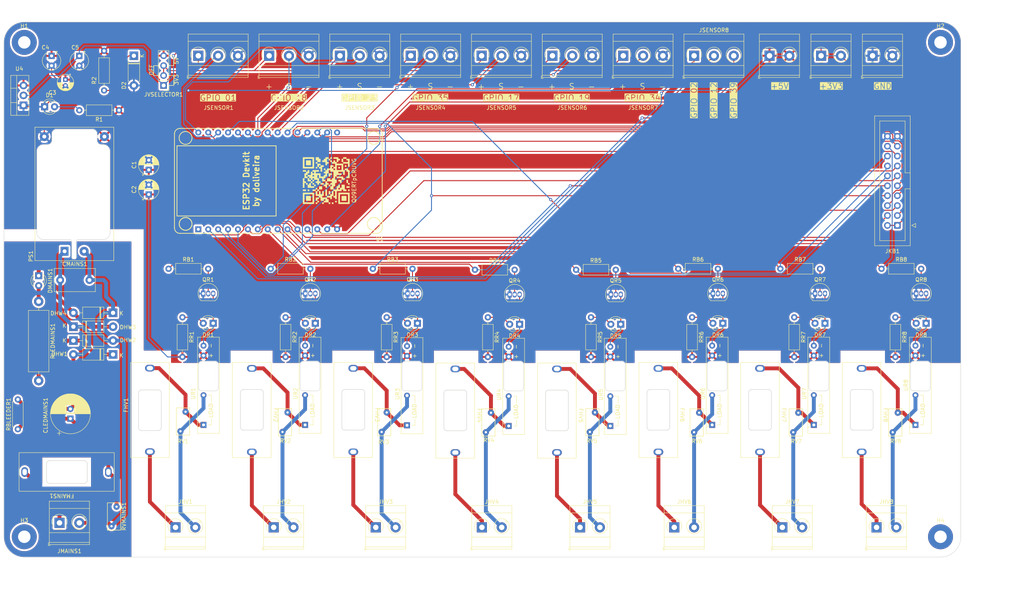
<source format=kicad_pcb>
(kicad_pcb (version 20240108) (generator "pcbnew") (generator_version "8.0")
  (layers (0 "F.Cu" signal) (31 "B.Cu" signal) (34 "B.Paste" user) (35 "F.Paste" user) (36 "B.SilkS" user "B.Silkscreen") (37 "F.SilkS" user "F.Silkscreen") (38 "B.Mask" user) (39 "F.Mask" user) (44 "Edge.Cuts" user))
  (net 0 "")
  (net 1 "+5V")
  (net 2 "GND")
  (net 3 "+3V3")
  (net 4 "Net-(CLEDMAINS1-Pad1)")
  (net 5 "Net-(DHW1-A)")
  (net 6 "Net-(DHW2-A)")
  (net 7 "Net-(FHV2-Pad2)")
  (net 8 "Net-(JHV2-Pin_1)")
  (net 9 "Net-(FHV3-Pad2)")
  (net 10 "Net-(JHV3-Pin_1)")
  (net 11 "Net-(FHV4-Pad2)")
  (net 12 "Net-(JHV4-Pin_1)")
  (net 13 "Net-(FHV5-Pad2)")
  (net 14 "Net-(JHV5-Pin_1)")
  (net 15 "Net-(FHV6-Pad2)")
  (net 16 "Net-(JHV6-Pin_1)")
  (net 17 "Net-(FHV7-Pad2)")
  (net 18 "Net-(JHV7-Pin_1)")
  (net 19 "bidirectional_pin01")
  (net 20 "bidirectional_pin02")
  (net 21 "bidirectional_pin03")
  (net 22 "bidirectional_pin04")
  (net 23 "bidirectional_pin05")
  (net 24 "bidirectional_pin06")
  (net 25 "bidirectional_pin07")
  (net 26 "bidirectional_pin08")
  (net 27 "bidirectional_pin09")
  (net 28 "bidirectional_pin10")
  (net 29 "bidirectional_pin11")
  (net 30 "Net-(JHV8-Pin_1)")
  (net 31 "button_Relay01")
  (net 32 "button_Relay02")
  (net 33 "button_Relay03")
  (net 34 "button_Relay04")
  (net 35 "button_Relay05")
  (net 36 "button_Relay06")
  (net 37 "button_Relay07")
  (net 38 "button_Relay08")
  (net 39 "rele_01")
  (net 40 "rele_02")
  (net 41 "rele_03")
  (net 42 "rele_04")
  (net 43 "rele_05")
  (net 44 "rele_06")
  (net 45 "rele_07")
  (net 46 "rele_08")
  (net 47 "Net-(JHV2-Pin_2)")
  (net 48 "Net-(JHV3-Pin_2)")
  (net 49 "Net-(JHV4-Pin_2)")
  (net 50 "Net-(JHV5-Pin_2)")
  (net 51 "Net-(JHV6-Pin_2)")
  (net 52 "Net-(JHV7-Pin_2)")
  (net 53 "Net-(JHV8-Pin_2)")
  (net 54 "Net-(FHV8-Pad2)")
  (net 55 "Net-(DHW1-K)")
  (net 56 "Net-(DHW3-A)")
  (net 57 "/volt_selector")
  (net 59 "Net-(JHV1-Pin_1)")
  (net 60 "Net-(JHV1-Pin_2)")
  (net 61 "Net-(D1-A)")
  (net 62 "Net-(FHV1-Pad1)")
  (net 63 "Net-(DR1-K)")
  (net 64 "Net-(DR1-A)")
  (net 65 "Net-(DR2-K)")
  (net 66 "Net-(DR2-A)")
  (net 67 "Net-(DR3-K)")
  (net 68 "Net-(DR3-A)")
  (net 69 "Net-(DR4-K)")
  (net 70 "Net-(DR4-A)")
  (net 71 "Net-(DR5-K)")
  (net 72 "Net-(DR5-A)")
  (net 73 "Net-(DR6-K)")
  (net 74 "Net-(DR6-A)")
  (net 75 "Net-(DR7-K)")
  (net 76 "Net-(DR7-A)")
  (net 77 "Net-(DR8-K)")
  (net 78 "Net-(DR8-A)")
  (net 79 "Net-(QR1-B)")
  (net 80 "Net-(QR2-B)")
  (net 81 "Net-(QR3-B)")
  (net 82 "Net-(QR4-B)")
  (net 83 "Net-(QR5-B)")
  (net 84 "Net-(QR6-B)")
  (net 85 "Net-(QR7-B)")
  (net 86 "Net-(QR8-B)")
  (net 87 "Net-(DMAINS1-A)")
  (net 88 "Net-(JMAINS1-Pin_1)")
  (net 89 "Net-(D2-K)")
  (footprint "LED_THT:LED_D3.0mm" (layer "F.Cu") (at 271.78 148.336 180)
    (property "Reference" "DR6")
    (property "Value" "LED")
  )
  (footprint "TerminalBlock_MetzConnect:TerminalBlock_MetzConnect_Type073_RT02603HBLU_1x03_P5.08mm_Horizontal" (layer "F.Cu") (at 228.1247 79.756)
    (property "Reference" "JSENSOR6")
    (property "Value" "Screw_Terminal_01x03")
  )
  (footprint "Capacitor_THT:CP_Radial_D4.0mm_P1.50mm" (layer "F.Cu") (at 103.378 85.876 -90)
    (property "Reference" "C3")
    (property "Value" "220 uF")
  )
  (footprint "Capacitor_THT:CP_Radial_Tantal_D4.5mm_P2.50mm" (layer "F.Cu") (at 99.822 79.796 -90)
    (property "Reference" "C4")
    (property "Value" "10 uF")
  )
  (footprint "LED_THT:LED_D3.0mm" (layer "F.Cu") (at 245.618 148.59 180)
    (property "Reference" "DR5")
    (property "Value" "LED")
  )
  (footprint "Resistor_THT:R_Axial_DIN0207_L6.3mm_D2.5mm_P10.16mm_Horizontal" (layer "F.Cu") (at 234.188 134.62)
    (property "Reference" "RB5")
    (property "Value" "56")
  )
  (footprint "TerminalBlock_MetzConnect:TerminalBlock_MetzConnect_Type073_RT02603HBLU_1x03_P5.08mm_Horizontal" (layer "F.Cu") (at 209.9826 79.756)
    (property "Reference" "JSENSOR5")
    (property "Value" "Screw_Terminal_01x03")
  )
  (footprint "Resistor_THT:R_Axial_DIN0207_L6.3mm_D2.5mm_P10.16mm_Horizontal" (layer "F.Cu") (at 155.956 134.366)
    (property "Reference" "RB2")
    (property "Value" "56")
  )
  (footprint "TerminalBlock_MetzConnect:TerminalBlock_MetzConnect_Type073_RT02602HBLU_1x02_P5.08mm_Horizontal" (layer "F.Cu") (at 310.124 79.756)
    (property "Reference" "J_GND1" (hide yes))
    (property "Value" "Screw_Terminal_01x02")
  )
  (footprint "Package_TO_SOT_THT:TO-220-3_Vertical" (layer "F.Cu") (at 92.639 92.456 90)
    (property "Reference" "U4")
    (property "Value" "LM1117-3.3")
  )
  (footprint "LED_THT:LED_D3.0mm" (layer "F.Cu") (at 167.386 148.336 180)
    (property "Reference" "DR2")
    (property "Value" "LED")
  )
  (footprint "Varistor:RV_Disc_D7mm_W3.4mm_P5mm" (layer "F.Cu") (at 116.474 195.366 -90)
    (property "Reference" "RVMAINS1")
    (property "Value" "250 VAC")
  )
  (footprint "custom_components_doliveira:PTH_W24.5_D5.5_SSR_OMRON_G3MB-202P" (layer "F.Cu") (at 218.821 164.508 90)
    (property "Reference" "UR4")
    (property "Value" "G3MB-202P")
  )
  (footprint "TerminalBlock_MetzConnect:TerminalBlock_MetzConnect_Type073_RT02602HBLU_1x02_P5.08mm_Horizontal" (layer "F.Cu") (at 259.334 200.66)
    (property "Reference" "JHV6")
    (property "Value" "Screw_Terminal_01x02")
  )
  (footprint "Package_TO_SOT_THT:TO-92_Inline" (layer "F.Cu") (at 321.31 140.716)
    (property "Reference" "QR8")
    (property "Value" "PN2222A")
  )
  (footprint "LED_THT:LED_D3.0mm" (layer "F.Cu") (at 193.548 148.336 180)
    (property "Reference" "DR3")
    (property "Value" "LED")
  )
  (footprint "MountingHole:MountingHole_3.2mm_M3_Pad" (layer "F.Cu") (at 327.533 203.073)
    (property "Reference" "H4")
    (property "Value" "MountingHole")
  )
  (footprint "Resistor_THT:R_Axial_DIN0207_L6.3mm_D2.5mm_P10.16mm_Horizontal" (layer "F.Cu") (at 129.794 134.366)
    (property "Reference" "RB1")
    (property "Value" "56")
  )
  (footprint "Resistor_THT:R_Axial_DIN0207_L6.3mm_D2.5mm_P10.16mm_Horizontal" (layer "F.Cu") (at 185.674 146.812 -90)
    (property "Reference" "RR3")
    (property "Value" "150")
  )
  (footprint "LED_THT:LED_D3.0mm" (layer "F.Cu") (at 323.85 148.336 180)
    (property "Reference" "DR8")
    (property "Value" "LED")
  )
  (footprint "Varistor:RV_Disc_D7mm_W3.4mm_P5mm" (layer "F.Cu") (at 289.814 176.276 90)
    (property "Reference" "RV7")
    (property "Value" "250 VAC")
  )
  (footprint "Resistor_THT:R_Axial_DIN0516_L15.5mm_D5.0mm_P20.32mm_Horizontal" (layer "F.Cu") (at 96.52 142.748 -90)
    (property "Reference" "RLEDMAINS1")
    (property "Value" "56k")
  )
  (footprint "MountingHole:MountingHole_3.2mm_M3_Pad" (layer "F.Cu") (at 327.533 76.327)
    (property "Reference" "H2")
    (property "Value" "MountingHole")
  )
  (footprint "Resistor_THT:R_Axial_DIN0207_L6.3mm_D2.5mm_P10.16mm_Horizontal" (layer "F.Cu") (at 113.284 78.486 -90)
    (property "Reference" "R2")
    (property "Value" "10")
  )
  (footprint "Resistor_THT:R_Axial_DIN0207_L6.3mm_D2.5mm_P10.16mm_Horizontal" (layer "F.Cu") (at 237.998 146.812 -90)
    (property "Reference" "RR5")
    (property "Value" "150")
  )
  (footprint "fuseholder5x20:Fuseholder_Cylinder-5x20mm_Generic_Horizontal_Closed" (layer "F.Cu") (at 273.304 170.4086 90)
    (property "Reference" "FHV7")
    (property "Value" "1A")
    (fp_line (start 4.318 5.08) (end -4.572 5.08) (stroke (width 0.12)) (layer "Edge.Cuts"))
    (fp_line (start -5.334 5.842) (end -5.334 10.16) (stroke (width 0.12)) (layer "Edge.Cuts"))
    (fp_line (start 5.08 10.16) (end 5.08 5.842) (stroke (width 0.12)) (layer "Edge.Cuts"))
    (fp_line (start -4.572 10.922) (end 4.318 10.922) (stroke (width 0.12)) (layer "Edge.Cuts"))
    (fp_arc (start 4.318 5.08) (mid 4.856815 5.303185) (end 5.08 5.842) (stroke (width 0.12)) (layer "Edge.Cuts"))
    (fp_arc (start -5.334 5.842) (mid -5.110815 5.303185) (end -4.572 5.08) (stroke (width 0.12)) (layer "Edge.Cuts"))
    (fp_arc (start 5.08 10.16) (mid 4.856815 10.698815) (end 4.318 10.922) (stroke (width 0.12)) (layer "Edge.Cuts"))
    (fp_arc (start -4.572 10.922) (mid -5.110815 10.698815) (end -5.334 10.16) (stroke (width 0.12)) (layer "Edge.Cuts"))
  )
  (footprint "LED_THT:LED_D3.0mm" (layer "F.Cu") (at 141.224 148.336 180)
    (property "Reference" "DR1")
    (property "Value" "LED")
  )
  (footprint "custom_components_doliveira:PTH_W24.5_D5.5_SSR_OMRON_G3MB-202P" (layer "F.Cu") (at 296.983 164.2364 90)
    (property "Reference" "UR7")
    (property "Value" "G3MB-202P")
  )
  (footprint "fuseholder5x20:Fuseholder_Cylinder-5x20mm_Generic_Horizontal_Closed" (layer "F.Cu") (at 169.1114 170.3832 90)
    (property "Reference" "FHV3")
    (property "Value" "1A")
    (fp_line (start 4.318 5.08) (end -4.572 5.08) (stroke (width 0.12)) (layer "Edge.Cuts"))
    (fp_line (start -5.334 5.842) (end -5.334 10.16) (stroke (width 0.12)) (layer "Edge.Cuts"))
    (fp_line (start 5.08 10.16) (end 5.08 5.842) (stroke (width 0.12)) (layer "Edge.Cuts"))
    (fp_line (start -4.572 10.922) (end 4.318 10.922) (stroke (width 0.12)) (layer "Edge.Cuts"))
    (fp_arc (start 4.318 5.08) (mid 4.856815 5.303185) (end 5.08 5.842) (stroke (width 0.12)) (layer "Edge.Cuts"))
    (fp_arc (start -5.334 5.842) (mid -5.110815 5.303185) (end -4.572 5.08) (stroke (width 0.12)) (layer "Edge.Cuts"))
    (fp_arc (start 5.08 10.16) (mid 4.856815 10.698815) (end 4.318 10.922) (stroke (width 0.12)) (layer "Edge.Cuts"))
    (fp_arc (start -4.572 10.922) (mid -5.110815 10.698815) (end -5.334 10.16) (stroke (width 0.12)) (layer "Edge.Cuts"))
  )
  (footprint "TerminalBlock_MetzConnect:TerminalBlock_MetzConnect_Type073_RT02602HBLU_1x02_P5.08mm_Horizontal" (layer "F.Cu") (at 283.7359 79.756)
    (property "Reference" "J_POS_5V1" (hide yes))
    (property "Value" "Screw_Terminal_01x02")
  )
  (footprint "custom_components_doliveira:PTH_W24.5_D5.5_SSR_OMRON_G3MB-202P" (layer "F.Cu") (at 166.6766 164.2364 90)
    (property "Reference" "UR2")
    (property "Value" "G3MB-202P")
  )
  (footprint "Varistor:RV_Disc_D7mm_W3.4mm_P5mm" (layer "F.Cu") (at 184.374 176.196 90)
    (property "Reference" "RV3")
    (property "Value" "250 VAC")
  )
  (footprint "TerminalBlock_MetzConnect:TerminalBlock_MetzConnect_Type073_RT02603HBLU_1x03_P5.08mm_Horizontal" (layer "F.Cu") (at 246.2669 79.756)
    (property "Reference" "JSENSOR7")
    (property "Value" "Screw_Terminal_01x03")
  )
  (footprint "Resistor_THT:R_Axial_DIN0207_L6.3mm_D2.5mm_P10.16mm_Horizontal" (layer "F.Cu") (at 182.118 134.366)
    (property "Reference" "RB3")
    (property "Value" "56")
  )
  (footprint "fuseholder5x20:Fuseholder_Cylinder-5x20mm_Generic_Horizontal_Closed" (layer "F.Cu") (at 299.339 170.4086 90)
    (property "Reference" "FHV8")
    (property "Value" "1A")
    (fp_line (start 4.318 5.08) (end -4.572 5.08) (stroke (width 0.12)) (layer "Edge.Cuts"))
    (fp_line (start -5.334 5.842) (end -5.334 10.16) (stroke (width 0.12)) (layer "Edge.Cuts"))
    (fp_line (start 5.08 10.16) (end 5.08 5.842) (stroke (width 0.12)) (layer "Edge.Cuts"))
    (fp_line (start -4.572 10.922) (end 4.318 10.922) (stroke (width 0.12)) (layer "Edge.Cuts"))
    (fp_arc (start 4.318 5.08) (mid 4.856815 5.303185) (end 5.08 5.842) (stroke (width 0.12)) (layer "Edge.Cuts"))
    (fp_arc (start -5.334 5.842) (mid -5.110815 5.303185) (end -4.572 5.08) (stroke (width 0.12)) (layer "Edge.Cuts"))
    (fp_arc (start 5.08 10.16) (mid 4.856815 10.698815) (end 4.318 10.922) (stroke (width 0.12)) (layer "Edge.Cuts"))
    (fp_arc (start -4.572 10.922) (mid -5.110815 10.698815) (end -5.334 10.16) (stroke (width 0.12)) (layer "Edge.Cuts"))
  )
  (footprint "fuseholder5x20:Fuseholder_Cylinder-5x20mm_Generic_Horizontal_Closed" (layer "F.Cu") (at 221.2866 170.5532 90)
    (property "Reference" "FHV5")
    (property "Value" "1A")
    (fp_line (start 4.318 5.08) (end -4.572 5.08) (stroke (width 0.12)) (layer "Edge.Cuts"))
    (fp_line (start -5.334 5.842) (end -5.334 10.16) (stroke (width 0.12)) (layer "Edge.Cuts"))
    (fp_line (start 5.08 10.16) (end 5.08 5.842) (stroke (width 0.12)) (layer "Edge.Cuts"))
    (fp_line (start -4.572 10.922) (end 4.318 10.922) (stroke (width 0.12)) (layer "Edge.Cuts"))
    (fp_arc (start 4.318 5.08) (mid 4.856815 5.303185) (end 5.08 5.842) (stroke (width 0.12)) (layer "Edge.Cuts"))
    (fp_arc (start -5.334 5.842) (mid -5.110815 5.303185) (end -4.572 5.08) (stroke (width 0.12)) (layer "Edge.Cuts"))
    (fp_arc (start 5.08 10.16) (mid 4.856815 10.698815) (end 4.318 10.922) (stroke (width 0.12)) (layer "Edge.Cuts"))
    (fp_arc (start -4.572 10.922) (mid -5.110815 10.698815) (end -5.334 10.16) (stroke (width 0.12)) (layer "Edge.Cuts"))
  )
  (footprint "Package_TO_SOT_THT:TO-92_Inline" (layer "F.Cu") (at 191.008 140.716)
    (property "Reference" "QR3")
    (property "Value" "PN2222A")
  )
  (footprint "Varistor:RV_Disc_D7mm_W3.4mm_P5mm" (layer "F.Cu") (at 264.414 176.276 90)
    (property "Reference" "RV6")
    (property "Value" "250 VAC")
  )
  (footprint "TerminalBlock_MetzConnect:TerminalBlock_MetzConnect_Type073_RT02602HBLU_1x02_P5.08mm_Horizontal" (layer "F.Cu") (at 131.572 200.66)
    (property "Reference" "JHV1")
    (property "Value" "Screw_Terminal_01x02")
  )
  (footprint "Package_TO_SOT_THT:TO-92_Inline" (layer "F.Cu") (at 243.078 140.97)
    (property "Reference" "QR5")
    (property "Value" "PN2222A")
  )
  (footprint "custom_components_doliveira:PTH_W24.5_D5.5_SSR_OMRON_G3MB-202P" (layer "F.Cu") (at 270.948 164.2364 90)
    (property "Reference" "UR6")
    (property "Value" "G3MB-202P")
  )
  (footprint "Package_TO_SOT_THT:TO-92_Inline" (layer "F.Cu") (at 269.24 140.716)
    (property "Reference" "QR6")
    (property "Value" "PN2222A")
  )
  (footprint "Resistor_THT:R_Axial_DIN0207_L6.3mm_D2.5mm_P10.16mm_Horizontal" (layer "F.Cu") (at 117.094 93.726 180)
    (property "Reference" "R1")
    (property "Value" "160")
  )
  (footprint "TerminalBlock_MetzConnect:TerminalBlock_MetzConnect_Type073_RT02602HBLU_1x02_P5.08mm_Horizontal" (layer "F.Cu") (at 287.02 200.66)
    (property "Reference" "JHV7")
    (property "Value" "Screw_Terminal_01x02")
  )
  (footprint "TerminalBlock_MetzConnect:TerminalBlock_MetzConnect_Type073_RT02603HBLU_1x03_P5.08mm_Horizontal" (layer "F.Cu") (at 264.409 79.756)
    (property "Reference" "JSENSOR8")
    (property "Value" "Screw_Terminal_01x03")
  )
  (footprint "Varistor:RV_Disc_D7mm_W3.4mm_P5mm" (layer "F.Cu") (at 315.293 176.276 90)
    (property "Reference" "RV8")
    (property "Value" "250 VAC")
  )
  (footprint "Diode_THT:D_DO-41_SOD81_P7.62mm_Horizontal" (layer "F.Cu") (at 120.904 79.756 -90)
    (property "Reference" "D2")
    (property "Value" "5V1")
  )
  (footprint "Capacitor_THT:CP_Radial_Tantal_D4.5mm_P2.50mm" (layer "F.Cu") (at 106.934 79.796 -90)
    (property "Reference" "C5")
    (property "Value" "10 uF")
  )
  (footprint "Resistor_THT:R_Axial_DIN0207_L6.3mm_D2.5mm_P10.16mm_Horizontal" (layer "F.Cu") (at 312.42 134.366)
    (property "Reference" "RB8")
    (property "Value" "56")
  )
  (footprint "ESP32_Devkit_DOliveira_correct-size:ESP32_Devkit" (layer "F.Cu") (at 157.852 111.695 90)
    (property "Reference" "U1")
    (property "Value" "ESP32_Devkit_Generic_Alt")
  )
  (footprint "TerminalBlock_MetzConnect:TerminalBlock_MetzConnect_Type073_RT02603HBLU_1x03_P5.08mm_Horizontal" (layer "F.Cu") (at 137.414 79.756)
    (property "Reference" "JSENSOR1")
    (property "Value" "Screw_Terminal_01x03")
  )
  (footprint "TerminalBlock_MetzConnect:TerminalBlock_MetzConnect_Type073_RT02602HBLU_1x02_P5.08mm_Horizontal" (layer "F.Cu") (at 156.718 200.66)
    (property "Reference" "JHV2")
    (property "Value" "Screw_Terminal_01x02")
  )
  (footprint "Diode_THT:D_DO-41_SOD81_P10.16mm_Horizontal" (layer "F.Cu") (at 115.5739 145.6626 180)
    (property "Reference" "DHW4")
    (property "Value" "1N4007")
  )
  (footprint "LED_THT:LED_D3.0mm" (layer "F.Cu") (at 98.044 92.8306)
    (property "Reference" "D1")
    (property "Value" "LED")
  )
  (footprint "MountingHole:MountingHole_3.2mm_M3_Pad" (layer "F.Cu") (at 92.837 76.327)
    (property "Reference" "H1")
    (property "Value" "MountingHole")
  )
  (footprint "fuseholder5x20:Fuseholder_Cylinder-5x20mm_Generic_Horizontal_Closed" (layer "F.Cu") (at 143.129 170.4086 90)
    (property "Reference" "FHV2")
    (property "Value" "1A")
    (fp_line (start 4.318 5.08) (end -4.572 5.08) (stroke (width 0.12)) (layer "Edge.Cuts"))
    (fp_line (start -5.334 5.842) (end -5.334 10.16) (stroke (width 0.12)) (layer "Edge.Cuts"))
    (fp_line (start 5.08 10.16) (end 5.08 5.842) (stroke (width 0.12)) (layer "Edge.Cuts"))
    (fp_line (start -4.572 10.922) (end 4.318 10.922) (stroke (width 0.12)) (layer "Edge.Cuts"))
    (fp_arc (start 4.318 5.08) (mid 4.856815 5.303185) (end 5.08 5.842) (stroke (width 0.12)) (layer "Edge.Cuts"))
    (fp_arc (start -5.334 5.842) (mid -5.110815 5.303185) (end -4.572 5.08) (stroke (width 0.12)) (layer "Edge.Cuts"))
    (fp_arc (start 5.08 10.16) (mid 4.856815 10.698815) (end 4.318 10.922) (stroke (width 0.12)) (layer "Edge.Cuts"))
    (fp_arc (start -4.572 10.922) (mid -5.110815 10.698815) (end -5.334 10.16) (stroke (width 0.12)) (layer "Edge.Cuts"))
  )
  (footprint "LED_THT:LED_D3.0mm" (layer "F.Cu") (at 297.942 148.336 180)
    (property "Reference" "DR7")
    (property "Value" "LED")
  )
  (footprint "Resistor_THT:R_Axial_DIN0207_L6.3mm_D2.5mm_P10.16mm_Horizontal" (layer "F.Cu") (at 263.906 146.812 -90)
    (property "Reference" "RR6")
    (property "Value" "150")
  )
  (footprint "MountingHole:MountingHole_3.2mm_M3_Pad" (layer "F.Cu") (at 92.837 203.073)
    (property "Reference" "H3")
    (property "Value" "MountingHole")
  )
  (footprint "fuseholder5x20:Fuseholder_Cylinder-5x20mm_Generic_Horizontal_Closed" (layer "F.Cu") (at 103.8657 178.477)
    (property "Reference" "FMAINS1")
    (property "Value" "0.5A")
    (fp_line (start -5.334 5.842) (end -5.334 10.16) (stroke (width 0.12)) (layer "Edge.Cuts"))
    (fp_line (start -4.572 10.922) (end 4.318 10.922) (stroke (width 0.12)) (layer "Edge.Cuts"))
    (fp_line (start 4.318 5.08) (end -4.572 5.08) (stroke (width 0.12)) (layer "Edge.Cuts"))
    (fp_line (start 5.08 10.16) (end 5.08 5.842) (stroke (width 0.12)) (layer "Edge.Cuts"))
    (fp_arc (start -5.334 5.842) (mid -5.110815 5.303185) (end -4.572 5.08) (stroke (width 0.12)) (layer "Edge.Cuts"))
    (fp_arc (start -4.572 10.922) (mid -5.110815 10.698815) (end -5.334 10.16) (stroke (width 0.12)) (layer "Edge.Cuts"))
    (fp_arc (start 4.318 5.08) (mid 4.856815 5.303185) (end 5.08 5.842) (stroke (width 0.12)) (layer "Edge.Cuts"))
    (fp_arc (start 5.08 10.16) (mid 4.856815 10.698815) (end 4.318 10.922) (stroke (width 0.12)) (layer "Edge.Cuts"))
  )
  (footprint "Capacitor_THT:CP_Radial_D5.0mm_P2.50mm" (layer "F.Cu") (at 124.714 115.316 90)
    (property "Reference" "C2")
    (property "Value" "10 uF")
  )
  (footprint "Resistor_THT:R_Axial_DIN0207_L6.3mm_D2.5mm_P10.16mm_Horizontal" (layer "F.Cu") (at 159.766 146.812 -90)
    (property "Reference" "RR2")
    (property "Value" "150")
  )
  (footprint "Varistor:RV_Disc_D7mm_W3.4mm_P5mm" (layer "F.Cu") (at 237.714 176.196 90)
    (property "Reference" "RV5")
    (property "Value" "250 VAC")
  )
  (footprint "Resistor_THT:R_Axial_DIN0207_L6.3mm_D2.5mm_P10.16mm_Horizontal" (layer "F.Cu") (at 286.512 134.366)
    (property "Reference" "RB7")
    (property "Value" "56")
  )
  (footprint "LED_THT:LED_D3.0mm" (layer "F.Cu") (at 219.71 148.59 180)
    (property "Reference" "DR4")
    (property "Value" "LED")
  )
  (footprint "TerminalBlock_MetzConnect:TerminalBlock_MetzConnect_Type073_RT02603HBLU_1x03_P5.08mm_Horizontal" (layer "F.Cu") (at 191.8404 79.756)
    (property "Reference" "JSENSOR4")
    (property "Value" "Screw_Terminal_01x03")
  )
  (footprint "TerminalBlock_MetzConnect:TerminalBlock_MetzConnect_Type073_RT02602HBLU_1x02_P5.08mm_Horizontal" (layer "F.Cu") (at 182.875 200.66)
    (property "Reference" "JHV3")
    (property "Value" "Screw_Terminal_01x02")
  )
  (footprint "LOGO" (layer "F.Cu") (at 170.18 111.76 90)
    (property "Reference" "G6" (hide yes))
    (property "Value" "LOGO" (hide yes))
  )
  (footprint "Varistor:RV_Disc_D7mm_W3.4mm_P5mm" (layer "F.Cu") (at 132.842 176.022 90)
    (property "Reference" "RV1")
    (property "Value" "250 VAC")
  )
  (footprint "Varistor:RV_Disc_D7mm_W3.4mm_P5mm" (layer "F.Cu") (at 211.074 176.276 90)
    (property "Reference" "RV4")
    (property "Value" "250 VAC")
  )
  (footprint "fuseholder5x20:Fuseholder_Cylinder-5x20mm_Generic_Horizontal_Closed" (layer "F.Cu") (at 195.2516 170.5532 90)
    (property "Reference" "FHV4")
    (property "Value" "1A")
    (fp_line (start 4.318 5.08) (end -4.572 5.08) (stroke (width 0.12)) (layer "Edge.Cuts"))
    (fp_line (start -5.334 5.842) (end -5.334 10.16) (stroke (width 0.12)) (layer "Edge.Cuts"))
    (fp_line (start 5.08 10.16) (end 5.08 5.842) (stroke (width 0.12)) (layer "Edge.Cuts"))
    (fp_line (start -4.572 10.922) (end 4.318 10.922) (stroke (width 0.12)) (layer "Edge.Cuts"))
    (fp_arc (start 4.318 5.08) (mid 4.856815 5.303185) (end 5.08 5.842) (stroke (width 0.12)) (layer "Edge.Cuts"))
    (fp_arc (start -5.334 5.842) (mid -5.110815 5.303185) (end -4.572 5.08) (stroke (width 0.12)) (layer "Edge.Cuts"))
    (fp_arc (start 5.08 10.16) (mid 4.856815 10.698815) (end 4.318 10.922) (stroke (width 0.12)) (layer "Edge.Cuts"))
    (fp_arc (start -4.572 10.922) (mid -5.110815 10.698815) (end -5.334 10.16) (stroke (width 0.12)) (layer "Edge.Cuts"))
  )
  (footprint "Resistor_THT:R_Axial_DIN0207_L6.3mm_D2.5mm_P10.16mm_Horizontal" (layer "F.Cu") (at 208.28 134.62)
    (property "Reference" "RB4")
    (property "Value" "56")
  )
  (footprint "Resistor_THT:R_Axial_DIN0207_L6.3mm_D2.5mm_P10.16mm_Horizontal" (layer "F.Cu") (at 211.582 146.812 -90)
    (property "Reference" "RR4")
    (property "Value" "150")
  )
  (footprint "TerminalBlock_MetzConnect:TerminalBlock_MetzConnect_Type073_RT02602HBLU_1x02_P5.08mm_Horizontal" (layer "F.Cu") (at 311.145 200.66)
    (property "Reference" "JHV8")
    (property "Value" "Screw_Terminal_01x02")
  )
  (footprint "Diode_THT:D_DO-41_SOD81_P10.16mm_Horizontal" (layer "F.Cu") (at 105.4139 152.7746)
    (property "Reference" "DHW2")
    (property "Value" "1N4007")
  )
  (footprint "TerminalBlock_MetzConnect:TerminalBlock_MetzConnect_Type073_RT02602HBLU_1x02_P5.08mm_Horizontal" (layer "F.Cu") (at 210.058 200.66)
    (property "Reference" "JHV4")
    (property "Value" "Screw_Terminal_01x02")
  )
  (footprint "fuseholder5x20:Fuseholder_Cylinder-5x20mm_Generic_Horizontal_Closed" (layer "F.Cu") (at 247.269 170.4086 90)
    (property "Reference" "FHV6")
    (property "Value" "1A")
    (fp_line (start 4.318 5.08) (end -4.572 5.08) (stroke (width 0.12)) (layer "Edge.Cuts"))
    (fp_line (start -5.334 5.842) (end -5.334 10.16) (stroke (width 0.12)) (layer "Edge.Cuts"))
    (fp_line (start 5.08 10.16) (end 5.08 5.842) (stroke (width 0.12)) (layer "Edge.Cuts"))
    (fp_line (start -4.572 10.922) (end 4.318 10.922) (stroke (width 0.12)) (layer "Edge.Cuts"))
    (fp_arc (start 4.318 5.08) (mid 4.856815 5.303185) (end 5.08 5.842) (stroke (width 0.12)) (layer "Edge.Cuts"))
    (fp_arc (start -5.334 5.842) (mid -5.110815 5.303185) (end -4.572 5.08) (stroke (width 0.12)) (layer "Edge.Cuts"))
    (fp_arc (start 5.08 10.16) (mid 4.856815 10.698815) (end 4.318 10.922) (stroke (width 0.12)) (layer "Edge.Cuts"))
    (fp_arc (start -4.572 10.922) (mid -5.110815 10.698815) (end -5.334 10.16) (stroke (width 0.12)) (layer "Edge.Cuts"))
  )
  (footprint "Package_TO_SOT_THT:TO-92_Inline" (layer "F.Cu") (at 164.846 140.716)
    (property "Reference" "QR2")
    (property "Value" "PN2222A")
  )
  (footprint "custom_components_doliveira:PTH_W24.5_D5.5_SSR_OMRON_G3MB-202P" (layer "F.Cu") (at 323.018 164.2364 90)
    (property "Reference" "UR8")
    (property "Value" "G3MB-202P")
  )
  (footprint "custom_components_doliveira:PTH_W24.5_D5.5_SSR_OMRON_G3MB-202P" (layer "F.Cu") (at 140.6518 164.2364 90)
    (property "Reference" "UR1")
    (property "Value" "G3MB-202P")
  )
  (footprint "Package_TO_SOT_THT:TO-92_Inline" (layer "F.Cu") (at 295.402 140.716)
    (property "Reference" "QR7")
    (property "Value" "PN2222A")
  )
  (footprint "Resistor_THT:R_Axial_DIN0207_L6.3mm_D2.5mm_P10.16mm_Horizontal" (layer "F.Cu") (at 315.976 146.812 -90)
    (property "Reference" "RR8")
    (property "Value" "150")
  )
  (footprint "TerminalBlock_MetzConnect:TerminalBlock_MetzConnect_Type073_RT02602HBLU_1x02_P5.08mm_Horizontal" (layer "F.Cu") (at 296.943 79.756)
    (property "Reference" "J_POS_3V1" (hide yes))
    (property "Value" "Screw_Terminal_01x02")
  )
  (footprint "custom_components_doliveira:PTH_W24.5_D5.5_SSR_OMRON_G3MB-202P" (layer "F.Cu") (at 244.856 164.508 90)
    (property "Reference" "UR5")
    (property "Value" "G3MB-202P")
  )
  (footprint "Diode_THT:D_DO-41_SOD81_P10.16mm_Horizontal" (layer "F.Cu") (at 115.5739 156.3306 180)
    (property "Reference" "DHW1")
    (property "Value" "1N4007")
  )
  (footprint "Capacitor_THT:C_Rect_L10.3mm_W5.7mm_P7.50mm_MKS4" (layer "F.Cu") (at 102.026 137.2616)
    (property "Reference" "CMAINS1")
    (property "Value" "0.1uF")
  )
  (footprint "TerminalBlock_MetzConnect:TerminalBlock_MetzConnect_Type073_RT02603HBLU_1x03_P5.08mm_Horizontal" (layer "F.Cu") (at 155.5561 79.756)
    (property "Reference" "JSENSOR2")
    (property "Value" "Screw_Terminal_01x03")
  )
  (footprint "custom_components_doliveira:PTH_W24.5_D5.5_SSR_OMRON_G3MB-202P" (layer "F.Cu") (at 192.786 164.338 90)
    (property "Reference" "UR3")
    (property "Value" "G3MB-202P")
  )
  (footprint "Package_TO_SOT_THT:TO-92_Inline" (layer "F.Cu") (at 138.684 140.716)
    (property "Reference" "QR1")
    (property "Value" "PN2222A")
  )
  (footprint "Package_TO_SOT_THT:TO-92_Inline" (layer "F.Cu") (at 217.17 140.97)
    (property "Reference" "QR4")
    (property "Value" "PN2222A")
  )
  (footprint "fuseholder5x20:Fuseholder_Cylinder-5x20mm_Generic_Horizontal_Closed" (layer "F.Cu") (at 133.0094 170.7642 -90)
    (property "Reference" "FHV1")
    (property "Value" "1A")
    (fp_line (start -4.572 10.922) (end 4.318 10.922) (stroke (width 0.12)) (layer "Edge.Cuts"))
    (fp_line (start 5.08 10.16) (end 5.08 5.842) (stroke (width 0.12)) (layer "Edge.Cuts"))
    (fp_line (start -5.334 5.842) (end -5.334 10.16) (stroke (width 0.12)) (layer "Edge.Cuts"))
    (fp_line (start 4.318 5.08) (end -4.572 5.08) (stroke (width 0.12)) (layer "Edge.Cuts"))
    (fp_arc (start -4.572 10.922) (mid -5.110815 10.698815) (end -5.334 10.16) (stroke (width 0.12)) (layer "Edge.Cuts"))
    (fp_arc (start 5.08 10.16) (mid 4.856815 10.698815) (end 4.318 10.922) (stroke (width 0.12)) (layer "Edge.Cuts"))
    (fp_arc (start -5.334 5.842) (mid -5.110815 5.303185) (end -4.572 5.08) (stroke (width 0.12)) (layer "Edge.Cuts"))
    (fp_arc (start 4.318 5.08) (mid 4.856815 5.303185) (end 5.08 5.842) (stroke (width 0.12)) (layer "Edge.Cuts"))
  )
  (footprint "Resistor_THT:R_Axial_DIN0207_L6.3mm_D2.5mm_P10.16mm_Horizontal" (layer "F.Cu") (at 290.068 146.812 -90)
    (property "Reference" "RR7")
    (property "Value" "150")
  )
  (footprint "Connector_IDC:IDC-Header_2x10_P2.54mm_Vertical" (layer "F.Cu") (at 316.484 123.252 180)
    (property "Reference" "JKB1")
    (property "Value" "Conn_02x10_Top_Bottom")
  )
  (footprint "Connector_PinHeader_2.54mm:PinHeader_1x04_P2.54mm_Vertical" (layer "F.Cu") (at 128.524 87.366 180)
    (property "Reference" "JVSELECTOR1")
    (property "Value" "Conn_01x04_Pin")
  )
  (footprint "Capacitor_THT:CP_Radial_D10.0mm_P2.50mm" (layer "F.Cu") (at 104.6569 172.7974 90)
    (property "Reference" "CLEDMAINS1")
    (property "Value" "33uF")
  )
  (footprint "Resistor_THT:R_Axial_DIN0207_L6.3mm_D2.5mm_P10.16mm_Horizontal" (layer "F.Cu") (at 260.35 134.366)
    (property "Reference" "RB6")
    (property "Value" "56")
  )
  (footprint "Varistor:RV_Disc_D7mm_W3.4mm_P5mm" (layer "F.Cu") (at 158.974 176.196 90)
    (property "Reference" "RV2")
    (property "Value" "250 VAC")
  )
  (footprint "Resistor_THT:R_Axial_DIN0207_L6.3mm_D2.5mm_P7.62mm_Horizontal" (layer "F.Cu") (at 91.186 175.4897 90)
    (property "Reference" "RBLEEDER1")
    (property "Value" "1M")
  )
  (footprint "Capacitor_THT:CP_Radial_D5.0mm_P2.50mm" (layer "F.Cu") (at 124.714 109.006 90)
    (property "Reference" "C1")
    (property "Value" "10 uF")
  )
  (footprint "Diode_THT:D_DO-41_SOD81_P10.16mm_Horizontal" (layer "F.Cu") (at 105.4139 149.2186)
    (property "Reference" "DHW3")
    (property "Value" "1N4007")
  )
  (footprint "Converter_ACDC:Converter_ACDC_HiLink_HLK-PMxx" (layer "F.Cu") (at 103.164 129.8785 90)
    (property "Reference" "PS1")
    (property "Value" "HLK-PM01")
  )
  (footprint "LED_THT:LED_D3.0mm" (layer "F.Cu") (at 96.52 136.144 -90)
    (property "Reference" "DMAINS1")
    (property "Value" "LED")
  )
  (footprint "TerminalBlock_MetzConnect:TerminalBlock_MetzConnect_Type073_RT02603HBLU_1x03_P5.08mm_Horizontal" (layer "F.Cu") (at 173.6983 79.756)
    (property "Reference" "JSENSOR3")
    (property "Value" "Screw_Terminal_01x03")
  )
  (footprint "Resistor_THT:R_Axial_DIN0207_L6.3mm_D2.5mm_P10.16mm_Horizontal" (layer "F.Cu") (at 133.35 146.812 -90)
    (property "Reference" "RR1")
    (property "Value" "150")
  )
  (footprint "TerminalBlock_MetzConnect:TerminalBlock_MetzConnect_Type073_RT02602HBLU_1x02_P5.08mm_Horizontal" (layer "F.Cu") (at 235.199 200.66)
    (property "Reference" "JHV5")
    (property "Value" "Screw_Terminal_01x02")
  )
  (footprint "TerminalBlock_MetzConnect:TerminalBlock_MetzConnect_Type073_RT02602HBLU_1x02_P5.08mm_Horizontal" (layer "F.Cu") (at 101.854 199.5106)
    (property "Reference" "JMAINS1")
    (property "Value" "Screw_Terminal_01x02")
  )
  (gr_line (start 125.984 84.836) (end 127.254 84.836) (stroke (width 0.15)) (layer "F.SilkS"))
  (gr_line (start 129.854 84.826) (end 131.124 84.826) (stroke (width 0.15)) (layer "F.SilkS"))
  (gr_line (start 127.254 82.296) (end 125.984 82.296) (stroke (width 0.15)) (layer "F.SilkS"))
  (gr_line (start 131.124 82.286) (end 129.854 82.286) (stroke (width 0.15)) (layer "F.SilkS"))
  (gr_line (start 129.854 79.746) (end 131.124 79.746) (stroke (width 0.15)) (layer "F.SilkS"))
  (gr_line (start 131.124 87.366) (end 129.854 87.366) (stroke (width 0.15)) (layer "F.SilkS"))
  (gr_line (start 131.124 84.826) (end 131.124 87.366) (stroke (width 0.15)) (layer "F.SilkS"))
  (gr_line (start 125.984 82.296) (end 125.984 84.836) (stroke (width 0.15)) (layer "F.SilkS"))
  (gr_line (start 131.124 79.746) (end 131.124 82.286) (stroke (width 0.15)) (layer "F.SilkS"))
  (gr_line (start 267.773898 164.907502) (end 267.773898 158.811502) (stroke (width 0.1)) (layer "Edge.Cuts"))
  (gr_arc (start 138.233898 165.669502) (mid 137.695083 165.446317) (end 137.471898 164.907502) (stroke (width 0.1)) (layer "Edge.Cuts"))
  (gr_line (start 105.704 131.9105) (end 105.45 131.9105) (stroke (width 0.1)) (layer "Edge.Cuts"))
  (gr_line (start 190.37 158.049502) (end 193.926 158.049502) (stroke (width 0.1)) (layer "Edge.Cuts"))
  (gr_arc (start 163.4986 158.811502) (mid 163.721784 158.272685) (end 164.2606 158.049502) (stroke (width 0.1)) (layer "Edge.Cuts"))
  (gr_line (start 245.996 165.669502) (end 242.44 165.669502) (stroke (width 0.1)) (layer "Edge.Cuts"))
  (gr_arc (start 92.837 208.28) (mid 89.155095 206.754905) (end 87.63 203.073) (stroke (width 0.1)) (layer "Edge.Cuts"))
  (gr_line (start 332.74 76.327) (end 332.74 203.073) (stroke (width 0.1)) (layer "Edge.Cuts"))
  (gr_arc (start 168.5786 164.907502) (mid 168.355415 165.446316) (end 167.8166 165.669502) (stroke (width 0.1)) (layer "Edge.Cuts"))
  (gr_arc (start 324.161898 158.049502) (mid 324.700714 158.272686) (end 324.923898 158.811502) (stroke (width 0.1)) (layer "Edge.Cuts"))
  (gr_line (start 104.942 131.4025) (end 104.942 127.374602) (stroke (width 0.1)) (layer "Edge.Cuts"))
  (gr_line (start 324.161898 165.669502) (end 320.605898 165.669502) (stroke (width 0.1)) (layer "Edge.Cuts"))
  (gr_line (start 241.678 164.907502) (end 241.678 158.811502) (stroke (width 0.1)) (layer "Edge.Cuts"))
  (gr_arc (start 167.8166 158.049502) (mid 168.355415 158.272687) (end 168.5786 158.811502) (stroke (width 0.1)) (layer "Edge.Cuts"))
  (gr_line (start 324.923898 158.811502) (end 324.923898 164.907502) (stroke (width 0.1)) (layer "Edge.Cuts"))
  (gr_arc (start 216.405 165.669502) (mid 215.866184 165.446317) (end 215.643 164.907502) (stroke (width 0.1)) (layer "Edge.Cuts"))
  (gr_arc (start 106.212 131.4025) (mid 106.06321 131.76171) (end 105.704 131.9105) (stroke (width 0.1)) (layer "Edge.Cuts"))
  (gr_arc (start 96.015898 104.260602) (mid 96.536661 103.003364) (end 97.793898 102.482602) (stroke (width 0.1)) (layer "Edge.Cuts"))
  (gr_arc (start 245.996 158.049502) (mid 246.534815 158.272687) (end 246.758 158.811502) (stroke (width 0.1)) (layer "Edge.Cuts"))
  (gr_line (start 220.723 158.811502) (end 220.723 164.907502) (stroke (width 0.1)) (layer "Edge.Cuts"))
  (gr_line (start 163.4986 164.907502) (end 163.4986 158.811502) (stroke (width 0.1)) (layer "Edge.Cuts"))
  (gr_line (start 110.265298 98.545602) (end 101.132 98.545602) (stroke (width 0.1)) (layer "Edge.Cuts"))
  (gr_arc (start 189.608 158.811502) (mid 189.831184 158.272685) (end 190.37 158.049502) (stroke (width 0.1)) (layer "Edge.Cuts"))
  (gr_arc (start 219.961 158.049502) (mid 220.499815 158.272687) (end 220.723 158.811502) (stroke (width 0.1)) (layer "Edge.Cuts"))
  (gr_arc (start 327.533 71.12) (mid 331.214905 72.645095) (end 332.74 76.327) (stroke (width 0.1)) (layer "Edge.Cuts"))
  (gr_arc (start 164.2606 165.669502) (mid 163.721784 165.446317) (end 163.4986 164.907502) (stroke (width 0.1)) (layer "Edge.Cuts"))
  (gr_arc (start 324.923898 164.907502) (mid 324.700713 165.446315) (end 324.161898 165.669502) (stroke (width 0.1)) (layer "Edge.Cuts"))
  (gr_line (start 96.015898 104.260602) (end 96.015898 125.088602) (stroke (width 0.1)) (layer "Edge.Cuts"))
  (gr_arc (start 242.44 165.669502) (mid 241.901184 165.446317) (end 241.678 164.907502) (stroke (width 0.1)) (layer "Edge.Cuts"))
  (gr_line (start 167.8166 165.669502) (end 164.2606 165.669502) (stroke (width 0.1)) (layer "Edge.Cuts"))
  (gr_arc (start 97.793898 126.866602) (mid 96.536663 126.345837) (end 96.015898 125.088602) (stroke (width 0.1)) (layer "Edge.Cuts"))
  (gr_arc (start 246.758 164.907502) (mid 246.534815 165.446316) (end 245.996 165.669502) (stroke (width 0.1)) (layer "Edge.Cuts"))
  (gr_arc (start 220.723 164.907502) (mid 220.499815 165.446316) (end 219.961 165.669502) (stroke (width 0.1)) (layer "Edge.Cuts"))
  (gr_line (start 294.567 158.049502) (end 298.123 158.049502) (stroke (width 0.1)) (layer "Edge.Cuts"))
  (gr_arc (start 141.789898 158.049502) (mid 142.328714 158.272686) (end 142.551898 158.811502) (stroke (width 0.1)) (layer "Edge.Cuts"))
  (gr_line (start 98.846 102.482602) (end 97.793898 102.482602) (stroke (width 0.1)) (layer "Edge.Cuts"))
  (gr_line (start 106.212 127.374602) (end 106.212 127.8465) (stroke (width 0.1)) (layer "Edge.Cuts"))
  (gr_arc (start 99.862 99.815602) (mid 100.233974 98.917575) (end 101.132 98.545602) (stroke (width 0.1)) (layer "Edge.Cuts"))
  (gr_line (start 99.862 101.466602) (end 99.862 99.815602) (stroke (width 0.1)) (layer "Edge.Cuts"))
  (gr_line (start 298.123 165.669502) (end 294.567 165.669502) (stroke (width 0.1)) (layer "Edge.Cuts"))
  (gr_line (start 87.63 203.073) (end 87.63 76.327) (stroke (width 0.1)) (layer "Edge.Cuts"))
  (gr_arc (start 110.265298 98.545602) (mid 111.163324 98.917576) (end 111.535298 99.815602) (stroke (width 0.1)) (layer "Edge.Cuts"))
  (gr_arc (start 241.678 158.811502) (mid 241.901184 158.272685) (end 242.44 158.049502) (stroke (width 0.1)) (layer "Edge.Cuts"))
  (gr_line (start 268.535898 158.049502) (end 272.091898 158.049502) (stroke (width 0.1)) (layer "Edge.Cuts"))
  (gr_line (start 320.605898 158.049502) (end 324.161898 158.049502) (stroke (width 0.1)) (layer "Edge.Cuts"))
  (gr_line (start 106.72 126.866602) (end 113.033898 126.866602) (stroke (width 0.1)) (layer "Edge.Cuts"))
  (gr_arc (start 104.434 126.866602) (mid 104.79321 127.015392) (end 104.942 127.374602) (stroke (width 0.1)) (layer "Edge.Cuts"))
  (gr_arc (start 332.74 203.073) (mid 331.214905 206.754905) (end 327.533 208.28) (stroke (width 0.1)) (layer "Edge.Cuts"))
  (gr_arc (start 112.551298 102.482602) (mid 111.832878 102.185022) (end 111.535298 101.466602) (stroke (width 0.1)) (layer "Edge.Cuts"))
  (gr_line (start 141.789898 165.669502) (end 138.233898 165.669502) (stroke (width 0.1)) (layer "Edge.Cuts"))
  (gr_arc (start 137.471898 158.811502) (mid 137.695082 158.272685) (end 138.233898 158.049502) (stroke (width 0.1)) (layer "Edge.Cuts"))
  (gr_line (start 216.405 158.049502) (end 219.961 158.049502) (stroke (width 0.1)) (layer "Edge.Cuts"))
  (gr_arc (start 105.45 131.9105) (mid 105.09079 131.76171) (end 104.942 131.4025) (stroke (width 0.1)) (layer "Edge.Cuts"))
  (gr_arc (start 87.628452 76.327) (mid 89.154 72.644) (end 92.837 71.118452) (stroke (width 0.1)) (layer "Edge.Cuts"))
  (gr_arc (start 190.37 165.669502) (mid 189.831184 165.446317) (end 189.608 164.907502) (stroke (width 0.1)) (layer "Edge.Cuts"))
  (gr_arc (start 293.805 158.811502) (mid 294.028184 158.272685) (end 294.567 158.049502) (stroke (width 0.1)) (layer "Edge.Cuts"))
  (gr_line (start 242.44 158.049502) (end 245.996 158.049502) (stroke (width 0.1)) (layer "Edge.Cuts"))
  (gr_line (start 193.926 165.669502) (end 190.37 165.669502) (stroke (width 0.1)) (layer "Edge.Cuts"))
  (gr_arc (start 272.853898 164.907502) (mid 272.630713 165.446315) (end 272.091898 165.669502) (stroke (width 0.1)) (layer "Edge.Cuts"))
  (gr_arc (start 298.885 164.907502) (mid 298.661815 165.446316) (end 298.123 165.669502) (stroke (width 0.1)) (layer "Edge.Cuts"))
  (gr_arc (start 272.091898 158.049502) (mid 272.630714 158.272686) (end 272.853898 158.811502) (stroke (width 0.1)) (layer "Edge.Cuts"))
  (gr_line (start 194.688 158.811502) (end 194.688 164.907502) (stroke (width 0.1)) (layer "Edge.Cuts"))
  (gr_line (start 298.885 158.811502) (end 298.885 164.907502) (stroke (width 0.1)) (layer "Edge.Cuts"))
  (gr_line (start 327.533 208.28) (end 92.837 208.28) (stroke (width 0.1)) (layer "Edge.Cuts"))
  (gr_line (start 272.091898 165.669502) (end 268.535898 165.669502) (stroke (width 0.1)) (layer "Edge.Cuts"))
  (gr_line (start 138.233898 158.049502) (end 141.789898 158.049502) (stroke (width 0.1)) (layer "Edge.Cuts"))
  (gr_arc (start 268.535898 165.669502) (mid 267.997083 165.446317) (end 267.773898 164.907502) (stroke (width 0.1)) (layer "Edge.Cuts"))
  (gr_line (start 114.811898 125.088602) (end 114.811898 104.260602) (stroke (width 0.1)) (layer "Edge.Cuts"))
  (gr_line (start 219.961 165.669502) (end 216.405 165.669502) (stroke (width 0.1)) (layer "Edge.Cuts"))
  (gr_arc (start 215.643 158.811502) (mid 215.866184 158.272685) (end 216.405 158.049502) (stroke (width 0.1)) (layer "Edge.Cuts"))
  (gr_arc (start 99.862 101.466602) (mid 99.56442 102.185021) (end 98.846 102.482602) (stroke (width 0.1)) (layer "Edge.Cuts"))
  (gr_line (start 113.033898 102.482602) (end 112.551298 102.482602) (stroke (width 0.1)) (layer "Edge.Cuts"))
  (gr_line (start 106.212 127.8465) (end 106.212 131.4025) (stroke (width 0.1)) (layer "Edge.Cuts"))
  (gr_arc (start 298.123 158.049502) (mid 298.661815 158.272687) (end 298.885 158.811502) (stroke (width 0.1)) (layer "Edge.Cuts"))
  (gr_arc (start 320.605898 165.669502) (mid 320.067083 165.446317) (end 319.843898 164.907502) (stroke (width 0.1)) (layer "Edge.Cuts"))
  (gr_arc (start 106.212 127.374602) (mid 106.360789 127.01539) (end 106.72 126.866602) (stroke (width 0.1)) (layer "Edge.Cuts"))
  (gr_line (start 164.2606 158.049502) (end 167.8166 158.049502) (stroke (width 0.1)) (layer "Edge.Cuts"))
  (gr_line (start 92.837 71.118452) (end 327.533 71.118452) (stroke (width 0.1)) (layer "Edge.Cuts"))
  (gr_arc (start 113.033898 102.482602) (mid 114.291134 103.003366) (end 114.811898 104.260602) (stroke (width 0.1)) (layer "Edge.Cuts"))
  (gr_line (start 319.843898 164.907502) (end 319.843898 158.811502) (stroke (width 0.1)) (layer "Edge.Cuts"))
  (gr_line (start 189.608 164.907502) (end 189.608 158.811502) (stroke (width 0.1)) (layer "Edge.Cuts"))
  (gr_arc (start 319.843898 158.811502) (mid 320.067082 158.272685) (end 320.605898 158.049502) (stroke (width 0.1)) (layer "Edge.Cuts"))
  (gr_line (start 215.643 164.907502) (end 215.643 158.811502) (stroke (width 0.1)) (layer "Edge.Cuts"))
  (gr_arc (start 114.811898 125.088602) (mid 114.291133 126.345836) (end 113.033898 126.866602) (stroke (width 0.1)) (layer "Edge.Cuts"))
  (gr_line (start 246.758 158.811502) (end 246.758 164.907502) (stroke (width 0.1)) (layer "Edge.Cuts"))
  (gr_line (start 111.535298 99.815602) (end 111.535298 101.466602) (stroke (width 0.1)) (layer "Edge.Cuts"))
  (gr_line (start 142.551898 158.811502) (end 142.551898 164.907502) (stroke (width 0.1)) (layer "Edge.Cuts"))
  (gr_line (start 293.805 164.907502) (end 293.805 158.811502) (stroke (width 0.1)) (layer "Edge.Cuts"))
  (gr_arc (start 142.551898 164.907502) (mid 142.328713 165.446315) (end 141.789898 165.669502) (stroke (width 0.1)) (layer "Edge.Cuts"))
  (gr_line (start 168.5786 158.811502) (end 168.5786 164.907502) (stroke (width 0.1)) (layer "Edge.Cuts"))
  (gr_arc (start 294.567 165.669502) (mid 294.028184 165.446317) (end 293.805 164.907502) (stroke (width 0.1)) (layer "Edge.Cuts"))
  (gr_arc (start 194.688 164.907502) (mid 194.464815 165.446316) (end 193.926 165.669502) (stroke (width 0.1)) (layer "Edge.Cuts"))
  (gr_arc (start 193.926 158.049502) (mid 194.464815 158.272687) (end 194.688 158.811502) (stroke (width 0.1)) (layer "Edge.Cuts"))
  (gr_line (start 97.793898 126.866602) (end 104.434 126.866602) (stroke (width 0.1)) (layer "Edge.Cuts"))
  (gr_line (start 272.853898 158.811502) (end 272.853898 164.907502) (stroke (width 0.1)) (layer "Edge.Cuts"))
  (gr_line (start 137.471898 164.907502) (end 137.471898 158.811502) (stroke (width 0.1)) (layer "Edge.Cuts"))
  (gr_arc (start 267.773898 158.811502) (mid 267.997082 158.272685) (end 268.535898 158.049502) (stroke (width 0.1)) (layer "Edge.Cuts"))
  (gr_text "+5V" (at 283.945286 88.4405 0) (layer "F.SilkS" knockout) (effects (font (size 1.5 1.5)) (justify left bottom)))
  (gr_text "GPIO 02" (at 264.414 91.186 90) (layer "F.SilkS" knockout) (effects (font (size 1.5 1.5))))
  (gr_text "S" (at 160.6102 87.63 0) (layer "F.SilkS") (effects (font (size 1.5 1.5))))
  (gr_text "3V3" (at 132.394 87.366 90) (layer "F.SilkS") (effects (font (size 1 1)) (justify left bottom)))
  (gr_text "S" (at 178.7314 87.63 0) (layer "F.SilkS") (effects (font (size 1.5 1.5))))
  (gr_text "-" (at 238.1599 87.63 0) (layer "F.SilkS") (effects (font (size 1.5 1.5))))
  (gr_text "-" (at 183.8114 87.63 0) (layer "F.SilkS") (effects (font (size 1.5 1.5))))
  (gr_text "OFF" (at 125.984 84.836 90) (layer "F.SilkS") (effects (font (size 1 1)) (justify left bottom)))
  (gr_text "GPIO 12" (at 269.494 91.186 90) (layer "F.SilkS" knockout) (effects (font (size 1.5 1.5))))
  (gr_text "S" (at 196.8475 87.63 0) (layer "F.SilkS") (effects (font (size 1.5 1.5))))
  (gr_text "S" (at 251.1961 87.63 0) (layer "F.SilkS") (effects (font (size 1.5 1.5))))
  (gr_text "+" (at 191.7675 87.63 0) (layer "F.SilkS") (effects (font (size 1.5 1.5))))
  (gr_text "S" (at 214.9637 87.63 0) (layer "F.SilkS") (effects (font (size 1.5 1.5))))
  (gr_text "+" (at 227.9999 87.63 0) (layer "F.SilkS") (effects (font (size 1.5 1.5))))
  (gr_text "5V" (at 132.394 82.045762 90) (layer "F.SilkS") (effects (font (size 1 1)) (justify left bottom)))
  (gr_text "GPIO 01" (at 142.4791 90.551 0) (layer "F.SilkS" knockout) (effects (font (size 1.5 1.5))))
  (gr_text "-" (at 220.0437 87.63 0) (layer "F.SilkS") (effects (font (size 1.5 1.5))))
  (gr_text "S" (at 233.0799 87.63 0) (layer "F.SilkS") (effects (font (size 1.5 1.5))))
  (gr_text "GPIO 35" (at 196.8351 90.551 0) (layer "F.SilkS" knockout) (effects (font (size 1.5 1.5))))
  (gr_text "-" (at 256.2761 87.63 0) (layer "F.SilkS") (effects (font (size 1.5 1.5))))
  (gr_text "GPIO 34" (at 251.1837 90.551 0) (layer "F.SilkS" knockout) (effects (font (size 1.5 1.5))))
  (gr_text "+3V3" (at 296.438101 88.4405 0) (layer "F.SilkS" knockout) (effects (font (size 1.5 1.5)) (justify left bottom)))
  (gr_text "GPIO 39" (at 274.574 91.186 90) (layer "F.SilkS" knockout) (effects (font (size 1.5 1.5))))
  (gr_text "+" (at 209.8837 87.63 0) (layer "F.SilkS") (effects (font (size 1.5 1.5))))
  (gr_text "+" (at 155.5302 87.63 0) (layer "F.SilkS") (effects (font (size 1.5 1.5))))
  (gr_text "GPIO 19" (at 233.0675 90.551 0) (layer "F.SilkS" knockout) (effects (font (size 1.5 1.5))))
  (gr_text "-" (at 201.9275 87.63 0) (layer "F.SilkS") (effects (font (size 1.5 1.5))))
  (gr_text "-" (at 165.6902 87.63 0) (layer "F.SilkS") (effects (font (size 1.5 1.5))))
  (gr_text "+" (at 173.6514 87.63 0) (layer "F.SilkS") (effects (font (size 1.5 1.5))))
  (gr_text "GPIO 18" (at 160.6028 90.551 0) (layer "F.SilkS" knockout) (effects (font (size 1.5 1.5))))
  (gr_text "GPIO 17" (at 214.9513 90.551 0) (layer "F.SilkS" knockout) (effects (font (size 1.5 1.5))))
  (gr_text "Q09ERTpCRUVG" (at 177.329532 111.76 90) (layer "F.SilkS") (effects (font (size 1 1))))
  (gr_text "GPIO 23" (at 178.719 90.551 0) (layer "F.SilkS" knockout) (effects (font (size 1.5 1.5))))
  (gr_text "+" (at 246.1161 87.63 0) (layer "F.SilkS") (effects (font (size 1.5 1.5))))
  (gr_text "GND" (at 310.333386 88.4405 0) (layer "F.SilkS" knockout) (effects (font (size 1.5 1.5)) (justify left bottom)))
  (segment (start 211.328 156.718) (end 211.582 156.972) (width 0.25) (layer "F.Cu") (net 1))
  (segment (start 164.7716 156.616) (end 164.9494 156.794) (width 0.25) (layer "F.Cu") (net 1))
  (segment (start 138.7472 156.616) (end 138.7468 156.616) (width 0.25) (layer "F.Cu") (net 1))
  (segment (start 164.9494 156.794) (end 165.1272 156.972) (width 0.25) (layer "F.Cu") (net 1))
  (segment (start 211.582 156.972) (end 211.666 156.888) (width 0.25) (layer "F.Cu") (net 1))
  (segment (start 164.9492 156.794) (end 164.7716 156.6164) (width 0.25) (layer "F.Cu") (net 1))
  (segment (start 269.0434 156.616) (end 269.043 156.6164) (width 0.25) (layer "F.Cu") (net 1))
  (segment (start 295.0784 156.616) (end 295.078 156.6164) (width 0.25) (layer "F.Cu") (net 1))
  (segment (start 138.7468 156.6164) (end 138.7468 156.616) (width 0.25) (layer "F.Cu") (net 1))
  (segment (start 242.867 156.972) (end 242.951 156.888) (width 0.25) (layer "F.Cu") (net 1))
  (segment (start 164.9494 156.794) (end 164.9492 156.794) (width 0.25) (layer "F.Cu") (net 1))
  (via (at 134.874 88.646) (size 0.8) (drill 0.4) (layers "F.Cu" "B.Cu") (net 1))
  (segment (start 288.8159 79.756) (end 283.736 79.756) (width 0.25) (layer "B.Cu") (net 1))
  (segment (start 288.816 79.756) (end 288.8159 79.756) (width 0.25) (layer "B.Cu") (net 1))
  (segment (start 283.736 79.756) (end 283.7359 79.7561) (width 0.25) (layer "B.Cu") (net 1))
  (segment (start 283.7359 79.7561) (end 274.846 88.646) (width 0.25) (layer "B.Cu") (net 1))
  (segment (start 124.714 152.146) (end 124.714 115.316) (width 0.25) (layer "B.Cu") (net 1))
  (segment (start 283.7359 79.7561) (end 283.7359 79.756) (width 0.25) (layer "B.Cu") (net 1))
  (segment (start 133.35 156.972) (end 129.54 156.972) (width 0.25) (layer "B.Cu") (net 1))
  (segment (start 274.846 88.646) (end 134.874 88.646) (width 0.25) (layer "B.Cu") (net 1))
  (segment (start 129.54 156.972) (end 124.714 152.146) (width 0.25) (layer "B.Cu") (net 1))
  (segment (start 102.778 87.376) (end 99.822 84.42) (width 0.25) (layer "F.Cu") (net 2))
  (segment (start 98.044 92.8306) (end 98.044 92.71) (width 0.25) (layer "F.Cu") (net 2))
  (segment (start 97.964 100.4785) (end 97.964 92.9106) (width 0.25) (layer "F.Cu") (net 2))
  (segment (start 93.0136 92.8306) (end 92.639 92.456) (width 0.25) (layer "F.Cu") (net 2))
  (segment (start 98.044 92.71) (end 103.378 87.376) (width 0.25) (layer "F.Cu") (net 2))
  (segment (start 97.964 92.9106) (end 98.044 92.8306) (width 0.25) (layer "F.Cu") (net 2))
  (segment (start 99.822 84.42) (end 99.822 82.296) (width 0.25) (layer "F.Cu") (net 2))
  (segment (start 103.378 87.376) (end 102.778 87.376) (width 0.25) (layer "F.Cu") (net 2))
  (segment (start 98.044 92.8306) (end 93.0136 92.8306) (width 0.25) (layer "F.Cu") (net 2))
  (segment (start 163.358 106.506) (end 170.434 99.43) (width 0.25) (layer "B.Cu") (net 2))
  (segment (start 138.684 106.506) (end 163.358 106.506) (width 0.25) (layer "B.Cu") (net 2))
  (segment (start 296.164 76.581) (end 272.029 76.581) (width 0.25) (layer "F.Cu") (net 3))
  (segment (start 319.5561 97.2891) (end 319.5561 120.1799) (width 0.25) (layer "F.Cu") (net 3))
  (segment (start 296.943 79.756) (end 296.943 77.36) (width 0.25) (layer "F.Cu") (net 3))
  (segment (start 302.023 79.756) (end 319.5561 97.2891) (width 0.25) (layer "F.Cu") (net 3))
  (segment (start 272.029 76.581) (end 134.239 76.581) (width 0.25) (layer "F.Cu") (net 3))
  (segment (start 316.484 123.252) (end 313.944 123.252) (width 0.25) (layer "F.Cu") (net 3))
  (segment (start 134.239 76.581) (end 131.064 79.756) (width 0.25) (layer "F.Cu") (net 3))
  (segment (start 296.943 77.36) (end 296.164 76.581) (width 0.25) (layer "F.Cu") (net 3))
  (segment (start 319.5561 120.1799) (end 316.484 123.252) (width 0.25) (layer "F.Cu") (net 3))
  (via (at 131.064 79.756) (size 0.8) (drill 0.4) (layers "F.Cu" "B.Cu") (net 3))
  (segment (start 92.639 89.916) (end 94.234 89.916) (width 0.25) (layer "B.Cu") (net 3))
  (segment (start 106.934 78.486) (end 108.204 77.216) (width 0.25) (layer "B.Cu") (net 3))
  (segment (start 296.943 79.756) (end 302.023 79.756) (width 0.25) (layer "B.Cu") (net 3))
  (segment (start 94.234 89.916) (end 99.314 84.836) (width 0.25) (layer "B.Cu") (net 3))
  (segment (start 106.894 79.796) (end 106.934 79.796) (width 0.25) (layer "B.Cu") (net 3))
  (segment (start 108.204 77.216) (end 123.444 77.216) (width 0.25) (layer "B.Cu") (net 3))
  (segment (start 101.854 84.836) (end 106.894 79.796) (width 0.25) (layer "B.Cu") (net 3))
  (segment (start 106.934 79.796) (end 106.934 78.486) (width 0.25) (layer "B.Cu") (net 3))
  (segment (start 131.064 79.756) (end 131.064 84.826) (width 0.25) (layer "B.Cu") (net 3))
  (segment (start 131.064 84.826) (end 128.524 87.366) (width 0.25) (layer "B.Cu") (net 3))
  (segment (start 124.714 83.556) (end 128.524 87.366) (width 0.25) (layer "B.Cu") (net 3))
  (segment (start 123.444 77.216) (end 124.714 78.486) (width 0.25) (layer "B.Cu") (net 3))
  (segment (start 99.314 84.836) (end 101.854 84.836) (width 0.25) (layer "B.Cu") (net 3))
  (segment (start 124.714 78.486) (end 124.714 83.556) (width 0.25) (layer "B.Cu") (net 3))
  (segment (start 114.3675 182.508) (end 104.6569 172.7974) (width 1) (layer "F.Cu") (net 4))
  (segment (start 114.3679 186.477) (end 114.3679 186.4766) (width 1) (layer "F.Cu") (net 4))
  (segment (start 93.8783 172.7974) (end 91.186 175.4897) (width 1) (layer "F.Cu") (net 4))
  (segment (start 114.3679 186.4766) (end 114.3679 182.508) (width 1) (layer "F.Cu") (net 4))
  (segment (start 116.474 195.366) (end 116.474 188.583) (width 1) (layer "F.Cu") (net 4))
  (segment (start 114.3679 182.508) (end 114.3675 182.508) (width 1) (layer "F.Cu") (net 4))
  (segment (start 93.8783 172.797) (end 93.8783 172.7974) (width 1) (layer "F.Cu") (net 4))
  (segment (start 104.6569 172.797) (end 93.8783 172.797) (width 1) (layer "F.Cu") (net 4))
  (segment (start 116.474 188.583) (end 114.3679 186.477) (width 1) (layer "F.Cu") (net 4))
  (segment (start 105.4139 156.331) (end 105.4139 169.54) (width 1) (layer "F.Cu") (net 5))
  (segment (start 104.6569 170.297) (end 93.6137 170.297) (width 1) (layer "F.Cu") (net 5))
  (segment (start 93.6137 170.297) (end 91.186 167.87) (width 1) (layer "F.Cu") (net 5))
  (segment (start 105.4139 169.54) (end 104.6569 170.297) (width 1) (layer "F.Cu") (net 5))
  (segment (start 102.026 137.2616) (end 102.026 145.831) (width 1) (layer "B.Cu") (net 5))
  (segment (start 102.026 145.831) (end 102.0263 145.831) (width 1) (layer "B.Cu") (net 5))
  (segment (start 107.8294 156.331) (end 105.4143 156.331) (width 1) (layer "B.Cu") (net 5))
  (segment (start 109.474 150.876) (end 109.474 154.686) (width 1) (layer "B.Cu") (net 5))
  (segment (start 105.4139 149.219) (end 107.8162 149.219) (width 1) (layer "B.Cu") (net 5))
  (segment (start 109.474 154.686) (end 107.8294 156.331) (width 1) (layer "B.Cu") (net 5))
  (segment (start 102.026 137.2616) (end 102.026 131.0165) (width 1) (layer "B.Cu") (net 5))
  (segment (start 102.0263 145.831) (end 105.4139 149.2186) (width 1) (layer "B.Cu") (net 5))
  (segment (start 107.8162 149.219) (end 109.474 150.876) (width 1) (layer "B.Cu") (net 5))
  (segment (start 102.026 131.0165) (end 103.164 129.8785) (width 1) (layer "B.Cu") (net 5))
  (segment (start 106.9344 199.511) (end 114.3186 199.511) (width 1) (layer "F.Cu") (net 6))
  (segment (start 114.3186 199.511) (end 115.174 200.366) (width 1) (layer "F.Cu") (net 6))
  (segment (start 118.364 197.176) (end 118.364 153.416) (width 1) (layer "B.Cu") (net 6))
  (segment (start 109.526 137.2616) (end 109.526 131.2405) (width 1) (layer "B.Cu") (net 6))
  (segment (start 112.014 150.876) (end 112.014 147.066) (width 1) (layer "B.Cu") (net 6))
  (segment (start 112.014 147.066) (end 113.4174 145.663) (width 1) (layer "B.Cu") (net 6))
  (segment (start 115.5739 145.6626) (end 115.5739 143.3285) (width 1) (layer "B.Cu") (net 6))
  (segment (start 117.7218 152.775) (end 115.5743 152.775) (width 1) (layer "B.Cu") (net 6))
  (segment (start 113.1316 137.2616) (end 109.526 137.2616) (width 1) (layer "B.Cu") (net 6))
  (segment (start 109.526 131.2405) (end 108.164 129.8785) (width 1) (layer "B.Cu") (net 6))
  (segment (start 115.5743 152.775) (end 113.9126 152.775) (width 1) (layer "B.Cu") (net 6))
  (segment (start 118.364 153.416) (end 117.7218 152.775) (width 1) (layer "B.Cu") (net 6))
  (segment (start 115.174 200.366) (end 118.364 197.176) (width 1) (layer "B.Cu") (net 6))
  (segment (start 115.5739 145.663) (end 115.5739 145.6626) (width 1) (layer "B.Cu") (net 6))
  (segment (start 115.5739 143.3285) (end 113.792 141.5466) (width 1) (layer "B.Cu") (net 6))
  (segment (start 113.792 141.5466) (end 113.792 137.922) (width 1) (layer "B.Cu") (net 6))
  (segment (start 113.9126 152.775) (end 112.014 150.876) (width 1) (layer "B.Cu") (net 6))
  (segment (start 113.792 137.922) (end 113.1316 137.2616) (width 1) (layer "B.Cu") (net 6))
  (segment (start 113.4174 145.663) (end 115.5739 145.663) (width 1) (layer "B.Cu") (net 6))
  (segment (start 163.4744 174.396) (end 160.274 171.196) (width 1) (layer "F.Cu") (net 7))
  (segment (start 164.7712 174.396) (end 163.4744 174.396) (width 1) (layer "F.Cu") (net 7))
  (segment (start 160.274 166.116) (end 154.0644 159.906) (width 1) (layer "F.Cu") (net 7))
  (segment (start 160.274 171.196) (end 160.274 166.116) (width 1) (layer "F.Cu") (net 7))
  (segment (start 154.0644 159.906) (end 151.129 159.906) (width 1) (layer "F.Cu") (net 7))
  (segment (start 151.1286 181.3364) (end 151.1286 195.071) (width 1) (layer "F.Cu") (net 8))
  (segment (start 151.1286 195.071) (end 156.718 200.66) (width 1) (layer "F.Cu") (net 8))
  (segment (start 151.1286 181.336) (end 151.1286 181.3364) (width 1) (layer "F.Cu") (net 8))
  (segment (start 179.947 159.881) (end 177.111 159.881) (width 1) (layer "F.Cu") (net 9))
  (segment (start 185.674 165.608) (end 179.947 159.881) (width 1) (layer "F.Cu") (net 9))
  (segment (start 190.881 174.498) (end 188.976 174.498) (width 1) (layer "F.Cu") (net 9))
  (segment (start 188.976 174.498) (end 185.674 171.196) (width 1) (layer "F.Cu") (net 9))
  (segment (start 185.674 171.196) (end 185.674 165.608) (width 1) (layer "F.Cu") (net 9))
  (segment (start 177.111 194.896) (end 182.875 200.66) (width 1) (layer "F.Cu") (net 10))
  (segment (start 177.111 181.311) (end 177.111 194.896) (width 1) (layer "F.Cu") (net 10))
  (segment (start 216.916 174.668) (end 215.766 174.668) (width 1) (layer "F.Cu") (net 11))
  (segment (start 203.2512 160.051) (end 203.251 160.051) (width 1) (layer "F.Cu") (net 11))
  (segment (start 205.517 160.051) (end 203.2512 160.051) (width 1) (layer "F.Cu") (net 11))
  (segment (start 215.766 174.668) (end 212.374 171.276) (width 1) (layer "F.Cu") (net 11))
  (segment (start 212.374 171.276) (end 212.374 166.908) (width 1) (layer "F.Cu") (net 11))
  (segment (start 212.374 166.908) (end 205.517 160.051) (width 1) (layer "F.Cu") (net 11))
  (segment (start 210.058 198.958) (end 203.251 192.151) (width 1) (layer "F.Cu") (net 12))
  (segment (start 210.058 200.66) (end 210.058 198.958) (width 1) (layer "F.Cu") (net 12))
  (segment (start 203.2512 192.1508) (end 203.2512 181.481) (width 1) (layer "F.Cu") (net 12))
  (segment (start 203.251 192.151) (end 203.2512 192.1508) (width 1) (layer "F.Cu") (net 12))
  (segment (start 229.2862 160.051) (end 229.286 160.051) (width 1) (layer "F.Cu") (net 13))
  (segment (start 242.951 174.668) (end 242.486 174.668) (width 1) (layer "F.Cu") (net 13))
  (segment (start 232.695 160.051) (end 229.2862 160.051) (width 1) (layer "F.Cu") (net 13))
  (segment (start 239.014 166.37) (end 232.695 160.051) (width 1) (layer "F.Cu") (net 13))
  (segment (start 239.014 171.196) (end 239.014 166.37) (width 1) (layer "F.Cu") (net 13))
  (segment (start 242.486 174.668) (end 239.014 171.196) (width 1) (layer "F.Cu") (net 13))
  (segment (start 229.2862 192.5828) (end 229.2862 181.481) (width 1) (layer "F.Cu") (net 14))
  (segment (start 229.286 192.583) (end 235.204 198.501) (width 1) (layer "F.Cu") (net 14))
  (segment (start 229.286 192.583) (end 229.2862 192.5828) (width 1) (layer "F.Cu") (net 14))
  (segment (start 235.204 198.501) (end 235.204 200.655) (width 1) (layer "F.Cu") (net 14))
  (segment (start 265.714 166.908) (end 265.714 171.276) (width 1) (layer "F.Cu") (net 15))
  (segment (start 265.714 171.276) (end 265.9226 171.276) (width 1) (layer "F.Cu") (net 15))
  (segment (start 265.9226 171.276) (end 269.043 174.3964) (width 1) (layer "F.Cu") (net 15))
  (segment (start 258.712 159.906) (end 255.269 159.906) (width 1) (layer "F.Cu") (net 15))
  (segment (start 265.714 166.908) (end 258.712 159.906) (width 1) (layer "F.Cu") (net 15))
  (segment (start 259.334 200.66) (end 259.334 199.136) (width 1) (layer "F.Cu") (net 16))
  (segment (start 255.2686 195.0706) (end 255.2686 181.3364) (width 1) (layer "F.Cu") (net 16))
  (segment (start 259.334 199.136) (end 255.2686 195.0706) (width 1) (layer "F.Cu") (net 16))
  (segment (start 291.114 171.276) (end 291.958 171.276) (width 1) (layer "F.Cu") (net 17))
  (segment (start 291.114 171.276) (end 291.114 164.876) (width 1) (layer "F.Cu") (net 17))
  (segment (start 291.958 171.276) (end 295.078 174.396) (width 1) (layer "F.Cu") (net 17))
  (segment (start 286.144 159.906) (end 281.304 159.906) (width 1) (layer "F.Cu") (net 17))
  (segment (start 291.114 164.876) (end 286.144 159.906) (width 1) (layer "F.Cu") (net 17))
  (segment (start 281.3036 194.9436) (end 281.3036 181.3364) (width 1) (layer "F.Cu") (net 18))
  (segment (start 287.02 200.66) (end 281.3036 194.9436) (width 1) (layer "F.Cu") (net 18))
  (segment (start 133.6759 88.0696) (end 133.6759 97.2988) (width 0.25) (layer "B.Cu") (net 19))
  (segment (start 141.3963 100.5277) (end 142.494 99.43) (width 0.25) (layer "B.Cu") (net 19))
  (segment (start 133.6759 97.2988) (end 136.9048 100.5277) (width 0.25) (layer "B.Cu") (net 19))
  (segment (start 142.494 79.756) (end 141.9895 79.756) (width 0.25) (layer "B.Cu") (net 19))
  (segment (start 136.9048 100.5277) (end 141.3963 100.5277) (width 0.25) (layer "B.Cu") (net 19))
  (segment (start 141.9895 79.756) (end 133.6759 88.0696) (width 0.25) (layer "B.Cu") (net 19))
  (segment (start 169.9772 87.1868) (end 207.6318 87.1868) (width 0.25) (layer "F.Cu") (net 20))
  (segment (start 157.734 99.43) (end 169.9772 87.1868) (width 0.25) (layer "F.Cu") (net 20))
  (via (at 207.6318 87.1868) (size 0.8) (drill 0.4) (layers "F.Cu" "B.Cu") (net 20))
  (segment (start 215.0626 79.756) (end 207.6318 87.1868) (width 0.25) (layer "B.Cu") (net 20))
  (segment (start 152.654 99.43) (end 152.654 95.7123) (width 0.25) (layer "F.Cu") (net 21))
  (segment (start 152.654 95.7123) (end 160.4505 87.9158) (width 0.25) (layer "F.Cu") (net 21))
  (via (at 160.4505 87.9158) (size 0.8) (drill 0.4) (layers "F.Cu" "B.Cu") (net 21))
  (segment (start 160.6361 87.7302) (end 160.4505 87.9158) (width 0.25) (layer "B.Cu") (net 21))
  (segment (start 160.6361 79.756) (end 160.6361 87.7302) (width 0.25) (layer "B.Cu") (net 21))
  (segment (start 168.4703 84.6138) (end 228.3469 84.6138) (width 0.25) (layer "F.Cu") (net 22))
  (segment (start 151.2041 100.5201) (end 153.1534 100.5201) (width 0.25) (layer "F.Cu") (net 22))
  (segment (start 153.7455 99.3386) (end 168.4703 84.6138) (width 0.25) (layer "F.Cu") (net 22))
  (segment (start 150.114 99.43) (end 151.2041 100.5201) (width 0.25) (layer "F.Cu") (net 22))
  (segment (start 153.1534 100.5201) (end 153.7455 99.928) (width 0.25) (layer "F.Cu") (net 22))
  (segment (start 153.7455 99.928) (end 153.7455 99.3386) (width 0.25) (layer "F.Cu") (net 22))
  (via (at 228.3469 84.6138) (size 0.8) (drill 0.4) (layers "F.Cu" "B.Cu") (net 22))
  (segment (start 233.2047 79.756) (end 228.3469 84.6138) (width 0.25) (layer "B.Cu") (net 22))
  (segment (start 153.5288 78.0824) (end 145.1439 86.4673) (width 0.25) (layer "B.Cu") (net 23))
  (segment (start 178.7783 79.756) (end 177.1514 81.3829) (width 0.25) (layer "B.Cu") (net 23))
  (segment (start 145.1439 86.4673) (end 135.9721 86.4673) (width 0.25) (layer "B.Cu") (net 23))
  (segment (start 135.9721 86.4673) (end 134.1375 88.3019) (width 0.25) (layer "B.Cu") (net 23))
  (segment (start 134.1375 88.3019) (end 134.1375 96.1535) (width 0.25) (layer "B.Cu") (net 23))
  (segment (start 161.6634 78.0824) (end 153.5288 78.0824) (width 0.25) (layer "B.Cu") (net 23))
  (segment (start 177.1514 81.3829) (end 164.9639 81.3829) (width 0.25) (layer "B.Cu") (net 23))
  (segment (start 134.1375 96.1535) (end 137.414 99.43) (width 0.25) (layer "B.Cu") (net 23))
  (segment (start 164.9639 81.3829) (end 161.6634 78.0824) (width 0.25) (layer "B.Cu") (net 23))
  (segment (start 251.3469 79.756) (end 242.8618 88.2411) (width 0.25) (layer "F.Cu") (net 24))
  (segment (start 193.4542 88.2411) (end 183.8771 97.8182) (width 0.25) (layer "F.Cu") (net 24))
  (segment (start 242.8618 88.2411) (end 193.4542 88.2411) (width 0.25) (layer "F.Cu") (net 24))
  (via (at 183.8771 97.8182) (size 0.8) (drill 0.4) (layers "F.Cu" "B.Cu") (net 24))
  (segment (start 166.624 119.5968) (end 183.8771 102.3437) (width 0.25) (layer "B.Cu") (net 24))
  (segment (start 183.8771 102.3437) (end 183.8771 97.8182) (width 0.25) (layer "B.Cu") (net 24))
  (segment (start 145.034 124.246) (end 145.034 125.787) (width 0.25) (layer "B.Cu") (net 24))
  (segment (start 155.2465 135.9995) (end 156.7126 135.9995) (width 0.25) (layer "B.Cu") (net 24))
  (segment (start 166.624 126.0881) (end 166.624 119.5968) (width 0.25) (layer "B.Cu") (net 24))
  (segment (start 156.7126 135.9995) (end 166.624 126.0881) (width 0.25) (layer "B.Cu") (net 24))
  (segment (start 145.034 125.787) (end 155.2465 135.9995) (width 0.25) (layer "B.Cu") (net 24))
  (segment (start 180.5486 97.8182) (end 180.5486 95.6791) (width 0.25) (layer "F.Cu") (net 25))
  (segment (start 180.5486 95.6791) (end 188.3139 87.9138) (width 0.25) (layer "F.Cu") (net 25))
  (via (at 180.5486 97.8182) (size 0.8) (drill 0.4) (layers "F.Cu" "B.Cu") (net 25))
  (via (at 188.3139 87.9138) (size 0.8) (drill 0.4) (layers "F.Cu" "B.Cu") (net 25))
  (segment (start 164.084 120.0675) (end 180.5486 103.6029) (width 0.25) (layer "B.Cu") (net 25))
  (segment (start 196.9204 79.756) (end 196.4717 79.756) (width 0.25) (layer "B.Cu") (net 25))
  (segment (start 147.574 124.246) (end 147.574 127.6317) (width 0.25) (layer "B.Cu") (net 25))
  (segment (start 155.4634 135.5211) (end 156.4723 135.5211) (width 0.25) (layer "B.Cu") (net 25))
  (segment (start 147.574 127.6317) (end 155.4634 135.5211) (width 0.25) (layer "B.Cu") (net 25))
  (segment (start 196.4717 79.756) (end 188.3139 87.9138) (width 0.25) (layer "B.Cu") (net 25))
  (segment (start 164.084 127.9094) (end 164.084 120.0675) (width 0.25) (layer "B.Cu") (net 25))
  (segment (start 180.5486 103.6029) (end 180.5486 97.8182) (width 0.25) (layer "B.Cu") (net 25))
  (segment (start 156.4723 135.5211) (end 164.084 127.9094) (width 0.25) (layer "B.Cu") (net 25))
  (segment (start 191.5394 91.6213) (end 185.3425 97.8182) (width 0.25) (layer "F.Cu") (net 26))
  (segment (start 269.489 79.756) (end 257.6237 91.6213) (width 0.25) (layer "F.Cu") (net 26))
  (segment (start 257.6237 91.6213) (end 191.5394 91.6213) (width 0.25) (layer "F.Cu") (net 26))
  (via (at 185.3425 97.8182) (size 0.8) (drill 0.4) (layers "F.Cu" "B.Cu") (net 26))
  (segment (start 185.3425 109.3375) (end 185.3425 97.8182) (width 0.25) (layer "B.Cu") (net 26))
  (segment (start 170.434 124.246) (end 185.3425 109.3375) (width 0.25) (layer "B.Cu") (net 26))
  (segment (start 264.0315 81.3829) (end 264.409 81.3829) (width 0.25) (layer "F.Cu") (net 27))
  (segment (start 256.0389 89.3755) (end 264.0315 81.3829) (width 0.25) (layer "F.Cu") (net 27))
  (segment (start 264.409 79.756) (end 264.409 81.3829) (width 0.25) (layer "F.Cu") (net 27))
  (via (at 256.0389 89.3755) (size 0.8) (drill 0.4) (layers "F.Cu" "B.Cu") (net 27))
  (segment (start 210.9635 136.9343) (end 256.0389 91.8589) (width 0.25) (layer "B.Cu") (net 27))
  (segment (start 256.0389 91.8589) (end 256.0389 89.3755) (width 0.25) (layer "B.Cu") (net 27))
  (segment (start 152.6423 136.9343) (end 210.9635 136.9343) (width 0.25) (layer "B.Cu") (net 27))
  (segment (start 139.954 124.246) (end 152.6423 136.9343) (width 0.25) (layer "B.Cu") (net 27))
  (segment (start 265.0445 95.6983) (end 274.569 86.1738) (width 0.25) (layer "F.Cu") (net 28))
  (segment (start 251.1295 95.6983) (end 265.0445 95.6983) (width 0.25) (layer "F.Cu") (net 28))
  (segment (start 274.569 86.1738) (end 274.569 79.756) (width 0.25) (layer "F.Cu") (net 28))
  (via (at 251.1295 95.6983) (size 0.8) (drill 0.4) (layers "F.Cu" "B.Cu") (net 28))
  (segment (start 210.3764 136.4514) (end 251.1295 95.6983) (width 0.25) (layer "B.Cu") (net 28))
  (segment (start 154.6994 136.4514) (end 210.3764 136.4514) (width 0.25) (layer "B.Cu") (net 28))
  (segment (start 142.494 124.246) (end 154.6994 136.4514) (width 0.25) (layer "B.Cu") (net 28))
  (segment (start 311.145 200.66) (end 311.145 198.497) (width 1) (layer "F.Cu") (net 30))
  (segment (start 311.145 198.497) (end 307.3386 194.6906) (width 1) (layer "F.Cu") (net 30))
  (segment (start 307.3386 194.6906) (end 307.3386 181.3364) (width 1) (layer "F.Cu") (net 30))
  (segment (start 179.5733 97.8708) (end 180.2476 98.5451) (width 0.25) (layer "F.Cu") (net 31))
  (segment (start 161.7249 98.9664) (end 162.8205 97.8708) (width 0.25) (layer "F.Cu") (net 31))
  (segment (start 319.0724 99.9164) (end 319.0724 118.1236) (width 0.25) (layer "F.Cu") (net 31))
  (segment (start 316.9538 97.7978) (end 319.0724 99.9164) (width 0.25) (layer "F.Cu") (net 31))
  (segment (start 185.6436 98.5451) (end 186.3909 97.7978) (width 0.25) (layer "F.Cu") (net 31))
  (segment (start 161.7249 99.8862) (end 161.7249 98.9664) (width 0.25) (layer "F.Cu") (net 31))
  (segment (start 165.354 99.43) (end 164.2404 100.5436) (width 0.25) (layer "F.Cu") (net 31))
  (segment (start 319.0724 118.1236) (end 316.484 120.712) (width 0.25) (layer "F.Cu") (net 31))
  (segment (start 186.3909 97.7978) (end 316.9538 97.7978) (width 0.25) (layer "F.Cu") (net 31))
  (segment (start 180.2476 98.5451) (end 185.6436 98.5451) (width 0.25) (layer "F.Cu") (net 31))
  (segment (start 162.8205 97.8708) (end 179.5733 97.8708) (width 0.25) (layer "F.Cu") (net 31))
  (segment (start 162.3823 100.5436) (end 161.7249 99.8862) (width 0.25) (layer "F.Cu") (net 31))
  (segment (start 164.2404 100.5436) (end 162.3823 100.5436) (width 0.25) (layer "F.Cu") (net 31))
  (segment (start 230.3988 119.3626) (end 227.6636 116.6274) (width 0.25) (layer "F.Cu") (net 32))
  (segment (start 316.484 118.172) (end 315.2934 119.3626) (width 0.25) (layer "F.Cu") (net 32))
  (segment (start 315.2934 119.3626) (end 230.3988 119.3626) (width 0.25) (layer "F.Cu") (net 32))
  (via (at 227.6636 116.6274) (size 0.8) (drill 0.4) (layers "F.Cu" "B.Cu") (net 32))
  (segment (start 207.614 96.5778) (end 147.8862 96.5778) (width 0.25) (layer "B.Cu") (net 32))
  (segment (start 227.6636 116.6274) (end 207.614 96.5778) (width 0.25) (layer "B.Cu") (net 32))
  (segment (start 147.8862 96.5778) (end 145.034 99.43) (width 0.25) (layer "B.Cu") (net 32))
  (segment (start 163.9198 98.3242) (end 179.3876 98.3242) (width 0.25) (layer "F.Cu") (net 33))
  (segment (start 162.814 99.43) (end 163.9198 98.3242) (width 0.25) (layer "F.Cu") (net 33))
  (segment (start 186.5758 98.252) (end 316.7579 98.252) (width 0.25) (layer "F.Cu") (net 33))
  (segment (start 180.0604 98.997) (end 185.8308 98.997) (width 0.25) (layer "F.Cu") (net 33))
  (segment (start 179.3876 98.3242) (end 180.0604 98.997) (width 0.25) (layer "F.Cu") (net 33))
  (segment (start 318.6114 100.1055) (end 318.6114 113.5046) (width 0.25) (layer "F.Cu") (net 33))
  (segment (start 316.7579 98.252) (end 318.6114 100.1055) (width 0.25) (layer "F.Cu") (net 33))
  (segment (start 185.8308 98.997) (end 186.5758 98.252) (width 0.25) (layer "F.Cu") (net 33))
  (segment (start 318.6114 113.5046) (end 316.484 115.632) (width 0.25) (layer "F.Cu") (net 33))
  (segment (start 156.7858 101.0218) (end 185.0842 101.0218) (width 0.25) (layer "F.Cu") (net 34))
  (segment (start 315.3071 100.8794) (end 315.9966 101.5689) (width 0.25) (layer "F.Cu") (net 34))
  (segment (start 317.6616 102.3806) (end 317.6616 111.9144) (width 0.25) (layer "F.Cu") (net 34))
  (segment (start 317.6616 111.9144) (end 316.484 113.092) (width 0.25) (layer "F.Cu") (net 34))
  (segment (start 316.8499 101.5689) (end 317.6616 102.3806) (width 0.25) (layer "F.Cu") (net 34))
  (segment (start 155.194 99.43) (end 156.7858 101.0218) (width 0.25) (layer "F.Cu") (net 34))
  (segment (start 315.9966 101.5689) (end 316.8499 101.5689) (width 0.25) (layer "F.Cu") (net 34))
  (segment (start 186.8994 99.2066) (end 314.4875 99.2066) (width 0.25) (layer "F.Cu") (net 34))
  (segment (start 314.4875 99.2066) (end 315.3071 100.0262) (width 0.25) (layer "F.Cu") (net 34))
  (segment (start 185.0842 101.0218) (end 186.8994 99.2066) (width 0.25) (layer "F.Cu") (net 34))
  (segment (start 315.3071 100.0262) (end 315.3071 100.8794) (width 0.25) (layer "F.Cu") (net 34))
  (segment (start 316.484 110.552) (end 315.2689 111.7671) (width 0.25) (layer "F.Cu") (net 35))
  (segment (start 181.1266 125.8285) (end 166.9365 125.8285) (width 0.25) (layer "F.Cu") (net 35))
  (segment (start 166.9365 125.8285) (end 165.354 124.246) (width 0.25) (layer "F.Cu") (net 35))
  (segment (start 195.188 111.7671) (end 181.1266 125.8285) (width 0.25) (layer "F.Cu") (net 35))
  (segment (start 315.2689 111.7671) (end 195.188 111.7671) (width 0.25) (layer "F.Cu") (net 35))
  (segment (start 315.214 109.282) (end 191.7044 109.282) (width 0.25) (layer "F.Cu") (net 36))
  (segment (start 316.484 108.012) (end 315.214 109.282) (width 0.25) (layer "F.Cu") (net 36))
  (segment (start 191.7044 109.282) (end 175.6299 125.3565) (width 0.25) (layer "F.Cu") (net 36))
  (segment (start 175.6299 125.3565) (end 169.0045 125.3565) (width 0.25) (layer "F.Cu") (net 36))
  (segment (start 169.0045 125.3565) (end 167.894 124.246) (width 0.25) (layer "F.Cu") (net 36))
  (segment (start 144.8052 104.2812) (end 139.954 99.43) (width 0.25) (layer "F.Cu") (net 37))
  (segment (start 316.484 105.472) (end 315.2932 104.2812) (width 0.25) (layer "F.Cu") (net 37))
  (segment (start 315.2932 104.2812) (end 144.8052 104.2812) (width 0.25) (layer "F.Cu") (net 37))
  (segment (start 315.2316 101.6796) (end 149.8236 101.6796) (width 0.25) (layer "F.Cu") (net 38))
  (segment (start 149.8236 101.6796) (end 147.574 99.43) (width 0.25) (layer "F.Cu") (net 38))
  (segment (start 316.484 102.932) (end 315.2316 101.6796) (width 0.25) (layer "F.Cu") (net 38))
  (segment (start 313.944 120.712) (end 308.3467 126.3093) (width 0.25) (layer "F.Cu") (net 39))
  (segment (start 308.3467 126.3093) (end 164.8773 126.3093) (width 0.25) (layer "F.Cu") (net 39))
  (segment (start 149.0251 123.7848) (end 149.0251 124.3411) (width 0.25) (layer "F.Cu") (net 39))
  (segment (start 164.8773 126.3093) (end 162.814 124.246) (width 0.25) (layer "F.Cu") (net 39))
  (segment (start 160.8087 122.2407) (end 150.5692 122.2407) (width 0.25) (layer "F.Cu") (net 39))
  (segment (start 147.6756 125.6906) (end 138.4694 125.6906) (width 0.25) (layer "F.Cu") (net 39))
  (segment (start 149.0251 124.3411) (end 147.6756 125.6906) (width 0.25) (layer "F.Cu") (net 39))
  (segment (start 138.4694 125.6906) (end 129.794 134.366) (width 0.25) (layer "F.Cu") (net 39))
  (segment (start 162.814 124.246) (end 160.8087 122.2407) (width 0.25) (layer "F.Cu") (net 39))
  (segment (start 150.5692 122.2407) (end 149.0251 123.7848) (width 0.25) (layer "F.Cu") (net 39))
  (segment (start 316.1462 114.2689) (end 315.214 115.2011) (width 0.25) (layer "F.Cu") (net 40))
  (segment (start 318.1366 113.1041) (end 316.9718 114.2689) (width 0.25) (layer "F.Cu") (net 40))
  (segment (start 315.214 116.902) (end 313.944 118.172) (width 0.25) (layer "F.Cu") (net 40))
  (segment (start 167.894 99.43) (end 169.0084 100.5444) (width 0.25) (layer "F.Cu") (net 40))
  (segment (start 316.507 98.7313) (end 318.1366 100.3609) (width 0.25) (layer "F.Cu") (net 40))
  (segment (start 318.1366 100.3609) (end 318.1366 113.1041) (width 0.25) (layer "F.Cu") (net 40))
  (segment (start 316.9718 114.2689) (end 316.1462 114.2689) (width 0.25) (layer "F.Cu") (net 40))
  (segment (start 169.0084 100.5444) (end 184.9225 100.5444) (width 0.25) (layer "F.Cu") (net 40))
  (segment (start 186.7356 98.7313) (end 316.507 98.7313) (width 0.25) (layer "F.Cu") (net 40))
  (segment (start 315.214 115.2011) (end 315.214 116.902) (width 0.25) (layer "F.Cu") (net 40))
  (segment (start 184.9225 100.5444) (end 186.7356 98.7313) (width 0.25) (layer "F.Cu") (net 40))
  (segment (start 159.1851 123.1559) (end 159.1851 131.1369) (width 0.25) (layer "B.Cu") (net 40))
  (segment (start 159.1851 131.1369) (end 155.956 134.366) (width 0.25) (layer "B.Cu") (net 40))
  (segment (start 171.5353 98.9719) (end 171.5353 110.8057) (width 0.25) (layer "B.Cu") (net 40))
  (segment (start 167.894 99.43) (end 168.9835 98.3405) (width 0.25) (layer "B.Cu") (net 40))
  (segment (start 168.9835 98.3405) (end 170.9039 98.3405) (width 0.25) (layer "B.Cu") (net 40))
  (segment (start 170.9039 98.3405) (end 171.5353 98.9719) (width 0.25) (layer "B.Cu") (net 40))
  (segment (start 171.5353 110.8057) (end 159.1851 123.1559) (width 0.25) (layer "B.Cu") (net 40))
  (segment (start 313.944 115.632) (end 197.1436 115.632) (width 0.25) (layer "F.Cu") (net 41))
  (via (at 197.1436 115.632) (size 0.8) (drill 0.4) (layers "F.Cu" "B.Cu") (net 41))
  (segment (start 197.1436 119.3404) (end 197.1436 115.632) (width 0.25) (layer "B.Cu") (net 41))
  (segment (start 185.6586 97.0533) (end 197.1436 108.5383) (width 0.25) (layer "B.Cu") (net 41))
  (segment (start 182.118 134.366) (end 197.1436 119.3404) (width 0.25) (layer "B.Cu") (net 41))
  (segment (start 162.6507 97.0533) (end 185.6586 97.0533) (width 0.25) (layer "B.Cu") (net 41))
  (segment (start 197.1436 108.5383) (end 197.1436 115.632) (width 0.25) (layer "B.Cu") (net 41))
  (segment (start 160.274 99.43) (end 162.6507 97.0533) (width 0.25) (layer "B.Cu") (net 41))
  (segment (start 164.139 133.191) (end 206.851 133.191) (width 0.25) (layer "F.Cu") (net 42))
  (segment (start 206.851 133.191) (end 208.28 134.62) (width 0.25) (layer "F.Cu") (net 42))
  (segment (start 313.944 113.092) (end 232.6987 113.092) (width 0.25) (layer "F.Cu") (net 42))
  (segment (start 155.194 124.246) (end 164.139 133.191) (width 0.25) (layer "F.Cu") (net 42))
  (via (at 232.6987 113.092) (size 0.8) (drill 0.4) (layers "F.Cu" "B.Cu") (net 42))
  (segment (start 208.28 134.62) (end 211.1707 134.62) (width 0.25) (layer "B.Cu") (net 42))
  (segment (start 211.1707 134.62) (end 232.6987 113.092) (width 0.25) (layer "B.Cu") (net 42))
  (segment (start 234.188 134.62) (end 232.3071 132.7391) (width 0.25) (layer "F.Cu") (net 43))
  (segment (start 232.3071 132.7391) (end 166.2271 132.7391) (width 0.25) (layer "F.Cu") (net 43))
  (segment (start 166.2271 132.7391) (end 157.734 124.246) (width 0.25) (layer "F.Cu") (net 43))
  (segment (start 288.5389 135.9571) (end 313.944 110.552) (width 0.25) (layer "B.Cu") (net 43))
  (segment (start 235.5251 135.9571) (end 288.5389 135.9571) (width 0.25) (layer "B.Cu") (net 43))
  (segment (start 234.188 134.62) (end 235.5251 135.9571) (width 0.25) (layer "B.Cu") (net 43))
  (segment (start 256.0025 130.0185) (end 166.0465 130.0185) (width 0.25) (layer "F.Cu") (net 44))
  (segment (start 260.35 134.366) (end 256.0025 130.0185) (width 0.25) (layer "F.Cu") (net 44))
  (segment (start 166.0465 130.0185) (end 160.274 124.246) (width 0.25) (layer "F.Cu") (net 44))
  (segment (start 313.944 108.5496) (end 287.0007 135.4929) (width 0.25) (layer "B.Cu") (net 44))
  (segment (start 313.944 108.012) (end 313.944 108.5496) (width 0.25) (layer "B.Cu") (net 44))
  (segment (start 261.4769 135.4929) (end 260.35 134.366) (width 0.25) (layer "B.Cu") (net 44))
  (segment (start 287.0007 135.4929) (end 261.4769 135.4929) (width 0.25) (layer "B.Cu") (net 44))
  (segment (start 153.1504 125.3391) (end 151.2071 125.3391) (width 0.25) (layer "F.Cu") (net 45))
  (segment (start 153.7455 124.1546) (end 153.7455 124.744) (width 0.25) (layer "F.Cu") (net 45))
  (segment (start 154.745 123.1551) (end 153.7455 124.1546) (width 0.25) (layer "F.Cu") (net 45))
  (segment (start 159.004 123.9723) (end 158.1868 123.1551) (width 0.25) (layer "F.Cu") (net 45))
  (segment (start 158.1868 123.1551) (end 154.745 123.1551) (width 0.25) (layer "F.Cu") (net 45))
  (segment (start 242.9936 130.4704) (end 164.9505 130.4704) (width 0.25) (layer "F.Cu") (net 45))
  (segment (start 248.0229 135.4997) (end 242.9936 130.4704) (width 0.25) (layer "F.Cu") (net 45))
  (segment (start 159.004 124.5239) (end 159.004 123.9723) (width 0.25) (layer "F.Cu") (net 45))
  (segment (start 151.2071 125.3391) (end 150.114 124.246) (width 0.25) (layer "F.Cu") (net 45))
  (segment (start 164.9505 130.4704) (end 159.004 124.5239) (width 0.25) (layer "F.Cu") (net 45))
  (segment (start 153.7455 124.744) (end 153.1504 125.3391) (width 0.25) (layer "F.Cu") (net 45))
  (segment (start 285.3736 133.2276) (end 264.3851 133.2276) (width 0.25) (layer "F.Cu") (net 45))
  (segment (start 262.113 135.4997) (end 248.0229 135.4997) (width 0.25) (layer "F.Cu") (net 45))
  (segment (start 286.512 134.366) (end 285.3736 133.2276) (width 0.25) (layer "F.Cu") (net 45))
  (segment (start 264.3851 133.2276) (end 262.113 135.4997) (width 0.25) (layer "F.Cu") (net 45))
  (segment (start 286.512 134.366) (end 286.512 132.904) (width 0.25) (layer "B.Cu") (net 45))
  (segment (start 286.512 132.904) (end 313.944 105.472) (width 0.25) (layer "B.Cu") (net 45))
  (segment (start 154.2021 122.6979) (end 152.654 124.246) (width 0.25) (layer "F.Cu") (net 46))
  (segment (start 161.3629 123.7931) (end 160.2677 122.6979) (width 0.25) (layer "F.Cu") (net 46))
  (segment (start 164.9435 127.916) (end 161.3629 124.3354) (width 0.25) (layer "F.Cu") (net 46))
  (segment (start 160.2677 122.6979) (end 154.2021 122.6979) (width 0.25) (layer "F.Cu") (net 46))
  (segment (start 305.97 127.916) (end 164.9435 127.916) (width 0.25) (layer "F.Cu") (net 46))
  (segment (start 161.3629 124.3354) (end 161.3629 123.7931) (width 0.25) (layer "F.Cu") (net 46))
  (segment (start 312.42 134.366) (end 305.97 127.916) (width 0.25) (layer "F.Cu") (net 46))
  (segment (start 315.1607 131.6253) (end 312.42 134.366) (width 0.25) (layer "B.Cu") (net 46))
  (segment (start 315.1607 104.1487) (end 315.1607 131.6253) (width 0.25) (layer "B.Cu") (net 46))
  (segment (start 313.944 102.932) (end 315.1607 104.1487) (width 0.25) (layer "B.Cu") (net 46))
  (segment (start 158.974 176.196) (end 164.7716 170.398) (width 1) (layer "B.Cu") (net 47))
  (segment (start 164.7716 170.398) (end 164.7716 166.7764) (width 1) (layer "B.Cu") (net 47))
  (segment (start 164.7716 166.7764) (end 164.7716 166.776) (width 1) (layer "B.Cu") (net 47))
  (segment (start 158.974 197.836) (end 161.798 200.66) (width 1) (layer "B.Cu") (net 47))
  (segment (start 158.974 176.196) (end 158.974 197.836) (width 1) (layer "B.Cu") (net 47))
  (segment (start 184.374 176.196) (end 190.881 169.689) (width 1) (layer "B.Cu") (net 48))
  (segment (start 184.374 197.079) (end 187.955 200.66) (width 1) (layer "B.Cu") (net 48))
  (segment (start 184.374 176.196) (end 184.374 197.079) (width 1) (layer "B.Cu") (net 48))
  (segment (start 190.881 169.689) (end 190.881 166.878) (width 1) (layer "B.Cu") (net 48))
  (segment (start 216.916 170.434) (end 216.916 167.048) (width 1) (layer "B.Cu") (net 49))
  (segment (start 211.074 176.276) (end 216.916 170.434) (width 1) (layer "B.Cu") (net 49))
  (segment (start 211.074 196.596) (end 215.138 200.66) (width 1) (layer "B.Cu") (net 49))
  (segment (start 211.074 176.276) (end 211.074 196.596) (width 1) (layer "B.Cu") (net 49))
  (segment (start 237.714 176.196) (end 242.951 170.959) (width 1) (layer "B.Cu") (net 50))
  (segment (start 242.951 170.959) (end 242.951 167.048) (width 1) (layer "B.Cu") (net 50))
  (segment (start 237.714 198.095) (end 240.279 200.66) (width 1) (layer "B.Cu") (net 50))
  (segment (start 237.714 176.196) (end 237.714 198.095) (width 1) (layer "B.Cu") (net 50))
  (segment (start 269.043 171.647) (end 269.043 166.7764) (width 1) (layer "B.Cu") (net 51))
  (segment (start 264.414 176.276) (end 264.414 200.66) (width 1) (layer "B.Cu") (net 51))
  (segment (start 269.043 166.7764) (end 269.043 166.776) (width 1) (layer "B.Cu") (net 51))
  (segment (start 264.414 176.276) (end 269.043 171.647) (width 1) (layer "B.Cu") (net 51))
  (segment (start 295.078 166.7764) (end 295.078 166.776) (width 1) (layer "B.Cu") (net 52))
  (segment (start 289.814 176.276) (end 289.814 198.374) (width 1) (layer "B.Cu") (net 52))
  (segment (start 295.078 171.012) (end 295.078 166.7764) (width 1) (layer "B.Cu") (net 52))
  (segment (start 289.814 176.276) (end 295.078 171.012) (width 1) (layer "B.Cu") (net 52))
  (segment (start 289.814 198.374) (end 292.1 200.66) (width 1) (layer "B.Cu") (net 52))
  (segment (start 315.293 199.728) (end 316.225 200.66) (width 1) (layer "B.Cu") (net 53))
  (segment (start 315.293 176.276) (end 315.293 199.728) (width 1) (layer "B.Cu") (net 53))
  (segment (start 315.293 176.276) (end 321.113 170.456) (width 1) (layer "B.Cu") (net 53))
  (segment (start 321.113 166.7764) (end 321.113 166.776) (width 1) (layer "B.Cu") (net 53))
  (segment (start 321.113 170.456) (end 321.113 166.7764) (width 1) (layer "B.Cu") (net 53))
  (segment (start 311.29 159.906) (end 307.339 159.906) (width 1) (layer "F.Cu") (net 54))
  (segment (start 316.593 171.276) (end 317.993 171.276) (width 1) (layer "F.Cu") (net 54))
  (segment (start 317.993 171.276) (end 321.113 174.396) (width 1) (layer "F.Cu") (net 54))
  (segment (start 316.593 171.276) (end 316.593 165.209) (width 1) (layer "F.Cu") (net 54))
  (segment (start 316.593 165.209) (end 311.29 159.906) (width 1) (layer "F.Cu") (net 54))
  (segment (start 107.5618 152.775) (end 111.1186 156.331) (width 1) (layer "F.Cu") (net 55))
  (segment (start 96.52 163.068) (end 96.52 160.14) (width 1) (layer "F.Cu") (net 55))
  (segment (start 111.1186 156.331) (end 115.5735 156.331) (width 1) (layer "F.Cu") (net 55))
  (segment (start 105.4143 152.775) (end 107.5618 152.775) (width 1) (layer "F.Cu") (net 55))
  (segment (start 103.8857 152.775) (end 105.4143 152.775) (width 1) (layer "F.Cu") (net 55))
  (segment (start 96.52 160.14) (end 103.8857 152.775) (width 1) (layer "F.Cu") (net 55))
  (segment (start 99.822 140.0707) (end 99.822 134.874) (width 1) (layer "F.Cu") (net 56))
  (segment (start 98.806 133.858) (end 97.282 133.858) (width 1) (layer "F.Cu") (net 56))
  (segment (start 99.822 134.874) (end 98.806 133.858) (width 1) (layer "F.Cu") (net 56))
  (segment (start 105.4139 145.663) (end 99.822 140.0707) (width 1) (layer "F.Cu") (net 56))
  (segment (start 108.9699 149.219) (end 105.4139 145.663) (width 1) (layer "F.Cu") (net 56))
  (segment (start 97.282 133.858) (end 96.52 134.62) (width 1) (layer "F.Cu") (net 56))
  (segment (start 115.5739 149.219) (end 108.9699 149.219) (width 1) (layer "F.Cu") (net 56))
  (segment (start 96.52 134.62) (end 96.52 136.144) (width 1) (layer "F.Cu") (net 56))
  (segment (start 207.264 83.566) (end 188.03 83.566) (width 0.25) (layer "F.Cu") (net 57))
  (segment (start 137.414 82.931) (end 136.779 83.566) (width 0.25) (layer "F.Cu") (net 57))
  (segment (start 224.315 83.566) (end 207.264 83.566) (width 0.25) (layer "F.Cu") (net 57))
  (segment (start 209.983 80.8474) (end 207.264 83.566) (width 0.25) (layer "F.Cu") (net 57))
  (segment (start 228.1247 79.7563) (end 224.315 83.566) (width 0.25) (layer "F.Cu") (net 57))
  (segment (start 129.804 83.566) (end 128.524 82.286) (width 0.25) (layer "F.Cu") (net 57))
  (segment (start 128.524 82.286) (end 128.524 84.826) (width 0.25) (layer "F.Cu") (net 57))
  (segment (start 169.888 83.566) (end 151.7461 83.566) (width 0.25) (layer "F.Cu") (net 57))
  (segment (start 173.698 79.756) (end 169.888 83.566) (width 0.25) (layer "F.Cu") (net 57))
  (segment (start 209.9826 80.847) (end 209.983 80.8474) (width 0.25) (layer "F.Cu") (net 57))
  (segment (start 136.779 83.566) (end 151.7461 83.566) (width 0.25) (layer "F.Cu") (net 57))
  (segment (start 155.5561 79.756) (end 151.7461 83.566) (width 0.25) (layer "F.Cu") (net 57))
  (segment (start 224.315 83.566) (end 242.457 83.566) (width 0.25) (layer "F.Cu") (net 57))
  (segment (start 188.03 83.566) (end 169.888 83.566) (width 0.25) (layer "F.Cu") (net 57))
  (segment (start 136.779 83.566) (end 129.804 83.566) (width 0.25) (layer "F.Cu") (net 57))
  (segment (start 242.457 83.566) (end 246.2669 79.7561) (width 0.25) (layer "F.Cu") (net 57))
  (segment (start 191.84 79.756) (end 188.03 83.566) (width 0.25) (layer "F.Cu") (net 57))
  (segment (start 137.414 79.756) (end 137.414 82.931) (width 0.25) (layer "F.Cu") (net 57))
  (segment (start 209.9826 79.756) (end 209.9826 80.847) (width 0.25) (layer "F.Cu") (net 57))
  (segment (start 125.0098 194.098) (end 131.572 200.66) (width 1) (layer "F.Cu") (net 59))
  (segment (start 125.0098 181.2664) (end 125.0098 194.098) (width 1) (layer "F.Cu") (net 59))
  (segment (start 125.0098 181.266) (end 125.0098 181.2664) (width 1) (layer "F.Cu") (net 59))
  (segment (start 132.842 196.85) (end 136.652 200.66) (width 1) (layer "B.Cu") (net 60))
  (segment (start 138.7468 170.117) (end 138.7468 166.7764) (width 1) (layer "B.Cu") (net 60))
  (segment (start 138.7468 166.7764) (end 138.7468 166.776) (width 1) (layer "B.Cu") (net 60))
  (segment (start 132.842 176.022) (end 138.7468 170.117) (width 1) (layer "B.Cu") (net 60))
  (segment (start 132.842 176.022) (end 132.842 196.85) (width 1) (layer "B.Cu") (net 60))
  (segment (start 100.584 92.8306) (end 106.0386 92.8306) (width 0.25) (layer "B.Cu") (net 61))
  (segment (start 106.0386 92.8306) (end 106.934 93.726) (width 0.25) (layer "B.Cu") (net 61))
  (segment (start 137.5164 174.396) (end 134.142 171.022) (width 1) (layer "F.Cu") (net 62))
  (segment (start 138.7464 174.396) (end 137.5164 174.396) (width 1) (layer "F.Cu") (net 62))
  (segment (start 127.3244 159.836) (end 125.0102 159.836) (width 1) (layer "F.Cu") (net 62))
  (segment (start 134.142 166.654) (end 127.3244 159.836) (width 1) (layer "F.Cu") (net 62))
  (segment (start 134.142 171.022) (end 134.142 166.654) (width 1) (layer "F.Cu") (net 62))
  (segment (start 141.224 140.716) (end 141.224 148.336) (width 0.25) (layer "F.Cu") (net 63))
  (segment (start 141.224 149.561) (end 141.224 148.336) (width 0.25) (layer "B.Cu") (net 63))
  (segment (start 138.7468 154.076) (end 138.7468 152.038) (width 0.25) (layer "B.Cu") (net 63))
  (segment (start 138.7468 152.038) (end 141.224 149.561) (width 0.25) (layer "B.Cu") (net 63))
  (segment (start 133.35 146.812) (end 137.16 146.812) (width 0.25) (layer "F.Cu") (net 64))
  (segment (start 137.16 146.812) (end 138.684 148.336) (width 0.25) (layer "F.Cu") (net 64))
  (segment (start 167.386 140.716) (end 167.386 148.336) (width 0.25) (layer "F.Cu") (net 65))
  (segment (start 164.7716 152.093) (end 167.386 149.479) (width 0.25) (layer "B.Cu") (net 65))
  (segment (start 164.7716 154.076) (end 164.7716 152.093) (width 0.25) (layer "B.Cu") (net 65))
  (segment (start 167.386 149.479) (end 167.386 148.336) (width 0.25) (layer "B.Cu") (net 65))
  (segment (start 163.322 146.812) (end 164.846 148.336) (width 0.25) (layer "F.Cu") (net 66))
  (segment (start 159.766 146.812) (end 163.322 146.812) (width 0.25) (layer "F.Cu") (net 66))
  (segment (start 193.548 140.716) (end 193.548 148.336) (width 0.25) (layer "F.Cu") (net 67))
  (segment (start 190.881 152.228) (end 193.548 149.561) (width 0.25) (layer "B.Cu") (net 67))
  (segment (start 190.881 154.178) (end 190.881 152.228) (width 0.25) (layer "B.Cu") (net 67))
  (segment (start 193.548 149.561) (end 193.548 148.336) (width 0.25) (layer "B.Cu") (net 67))
  (segment (start 189.484 146.812) (end 191.008 148.336) (width 0.25) (layer "F.Cu") (net 68))
  (segment (start 185.674 146.812) (end 189.484 146.812) (width 0.25) (layer "F.Cu") (net 68))
  (segment (start 219.71 140.97) (end 219.71 148.59) (width 0.25) (layer "F.Cu") (net 69))
  (segment (start 219.71 150.241) (end 219.71 148.59) (width 0.25) (layer "B.Cu") (net 69))
  (segment (start 216.916 154.348) (end 216.916 153.035) (width 0.25) (layer "B.Cu") (net 69))
  (segment (start 216.916 153.035) (end 219.71 150.241) (width 0.25) (layer "B.Cu") (net 69))
  (segment (start 211.582 146.812) (end 215.392 146.812) (width 0.25) (layer "F.Cu") (net 70))
  (segment (start 215.392 146.812) (end 217.17 148.59) (width 0.25) (layer "F.Cu") (net 70))
  (segment (start 245.618 140.97) (end 245.618 148.59) (width 0.25) (layer "F.Cu") (net 71))
  (segment (start 242.951 154.348) (end 242.951 152.908) (width 0.25) (layer "B.Cu") (net 71))
  (segment (start 245.618 150.241) (end 245.618 148.59) (width 0.25) (layer "B.Cu") (net 71))
  (segment (start 242.951 152.908) (end 245.618 150.241) (width 0.25) (layer "B.Cu") (net 71))
  (segment (start 237.998 146.812) (end 241.3 146.812) (width 0.25) (layer "F.Cu") (net 72))
  (segment (start 241.3 146.812) (end 243.078 148.59) (width 0.25) (layer "F.Cu") (net 72))
  (segment (start 271.78 140.716) (end 271.78 148.336) (width 0.25) (layer "F.Cu") (net 73))
  (segment (start 269.043 154.076) (end 269.043 152.298) (width 0.25) (layer "B.Cu") (net 73))
  (segment (start 271.78 149.561) (end 271.78 148.336) (width 0.25) (layer "B.Cu") (net 73))
  (segment (start 269.043 152.298) (end 271.78 149.561) (width 0.25) (layer "B.Cu") (net 73))
  (segment (start 267.716 146.812) (end 269.24 148.336) (width 0.25) (layer "F.Cu") (net 74))
  (segment (start 263.906 146.812) (end 267.716 146.812) (width 0.25) (layer "F.Cu") (net 74))
  (segment (start 297.942 140.716) (end 297.942 148.336) (width 0.25) (layer "F.Cu") (net 75))
  (segment (start 295.078 152.425) (end 297.942 149.561) (width 0.25) (layer "B.Cu") (net 75))
  (segment (start 297.942 149.561) (end 297.942 148.336) (width 0.25) (layer "B.Cu") (net 75))
  (segment (start 295.078 154.076) (end 295.078 152.425) (width 0.25) (layer "B.Cu") (net 75))
  (segment (start 290.068 146.812) (end 293.878 146.812) (width 0.25) (layer "F.Cu") (net 76))
  (segment (start 293.878 146.812) (end 295.402 148.336) (width 0.25) (layer "F.Cu") (net 76))
  (segment (start 323.85 140.716) (end 323.85 148.336) (width 0.25) (layer "F.Cu") (net 77))
  (segment (start 321.113 152.298) (end 323.85 149.561) (width 0.25) (layer "B.Cu") (net 77))
  (segment (start 321.113 154.076) (end 321.113 152.298) (width 0.25) (layer "B.Cu") (net 77))
  (segment (start 323.85 149.561) (end 323.85 148.336) (width 0.25) (layer "B.Cu") (net 77))
  (segment (start 319.786 146.812) (end 321.31 148.336) (width 0.25) (layer "F.Cu") (net 78))
  (segment (start 315.976 146.812) (end 319.786 146.812) (width 0.25) (layer "F.Cu") (net 78))
  (segment (start 139.954 134.366) (end 139.954 140.716) (width 0.25) (layer "F.Cu") (net 79))
  (segment (start 166.116 134.366) (end 166.116 140.716) (width 0.25) (layer "F.Cu") (net 80))
  (segment (start 192.278 134.366) (end 192.278 140.716) (width 0.25) (layer "F.Cu") (net 81))
  (segment (start 218.44 134.62) (end 218.44 140.97) (width 0.25) (layer "F.Cu") (net 82))
  (segment (start 244.348 134.62) (end 244.348 140.97) (width 0.25) (layer "F.Cu") (net 83))
  (segment (start 270.51 134.366) (end 270.51 140.716) (width 0.25) (layer "F.Cu") (net 84))
  (segment (start 296.672 134.366) (end 296.672 140.716) (width 0.25) (layer "F.Cu") (net 85))
  (segment (start 322.58 134.366) (end 322.58 140.716) (width 0.25) (layer "F.Cu") (net 86))
  (segment (start 96.52 138.684) (end 96.52 142.748) (width 1) (layer "F.Cu") (net 87))
  (segment (start 101.854 199.5106) (end 101.854 195.393) (width 1) (layer "F.Cu") (net 88))
  (segment (start 101.854 195.393) (end 92.9379 186.477) (width 1) (layer "F.Cu") (net 88))
  (segment (start 119.634 79.756) (end 120.904 79.756) (width 0.25) (layer "F.Cu") (net 89))
  (segment (start 117.094 86.106) (end 117.094 82.296) (width 0.25) (layer "F.Cu") (net 89))
  (segment (start 113.284 88.646) (end 114.554 88.646) (width 0.25) (layer "F.Cu") (net 89))
  (segment (start 114.554 88.646) (end 117.094 86.106) (width 0.25) (layer "F.Cu") (net 89))
  (segment (start 117.094 82.296) (end 119.634 79.756) (width 0.25) (layer "F.Cu") (net 89))
  (zone (net 1) (net_name "+5V") (layer "F.Cu") (priority 2) (connect_pads (clearance 0.508)) (min_thickness 0.25) (fill yes (thermal_gap 0.5) (thermal_bridge_width 0.5))
    (polygon (pts (xy 123.444 155.321) (xy 123.444 124.206) (xy 86.614 124.206) (xy 86.614 69.596) (xy 334.264 69.596) (xy 334.264 158.496) (xy 313.309 158.496) (xy 313.309 155.321) (xy 301.879 155.321) (xy 301.879 158.496) (xy 286.639 158.496) (xy 286.639 155.321) (xy 275.844 155.321) (xy 275.844 158.496) (xy 261.239 158.496) (xy 261.239 155.321) (xy 249.174 155.321) (xy 249.174 158.496) (xy 235.204 158.496) (xy 235.204 155.321) (xy 223.774 155.321) (xy 223.774 158.496) (xy 209.169 158.496) (xy 209.169 155.321) (xy 197.739 155.321) (xy 197.739 158.496) (xy 182.499 158.496) (xy 182.499 155.321) (xy 171.704 155.321) (xy 171.704 158.496) (xy 156.464 158.496) (xy 156.464 155.321) (xy 145.669 155.321) (xy 145.669 158.496) (xy 130.429 158.496) (xy 130.429 155.321)))
  )
  (zone (net 0) (net_name "") (layer "F.Cu") (connect_pads (clearance 0.508)) (min_thickness 0.25) (fill yes (thermal_gap 0.5) (thermal_bridge_width 0.5) (island_removal_mode 1) (island_area_min 10))
    (polygon (pts (xy 120.269 127.381) (xy 120.269 209.296) (xy 119.634 209.296) (xy 86.614 209.296) (xy 86.614 127.381) (xy 90.424 127.381)))
  )
  (zone (net 0) (net_name "") (layer "B.Cu") (priority 1) (connect_pads (clearance 0.508)) (min_thickness 0.25) (fill yes (thermal_gap 0.5) (thermal_bridge_width 0.5) (island_removal_mode 1) (island_area_min 10))
    (polygon (pts (xy 86.614 127.381) (xy 120.269 127.381) (xy 120.269 209.296) (xy 86.614 209.296)))
  )
  (zone (net 2) (net_name "GND") (layer "B.Cu") (priority 3) (connect_pads (clearance 0.508)) (min_thickness 0.25) (fill yes (thermal_gap 0.5) (thermal_bridge_width 0.5))
    (polygon (pts (xy 86.614 124.206) (xy 86.614 69.596) (xy 334.264 69.596) (xy 334.264 158.496) (xy 313.309 158.496) (xy 313.309 155.321) (xy 301.879 155.321) (xy 301.879 158.496) (xy 286.639 158.496) (xy 286.639 155.321) (xy 275.844 155.321) (xy 275.844 158.496) (xy 261.239 158.496) (xy 261.239 155.321) (xy 249.174 155.321) (xy 249.174 158.496) (xy 235.204 158.496) (xy 235.204 155.321) (xy 223.774 155.321) (xy 223.774 158.496) (xy 209.169 158.496) (xy 209.169 155.321) (xy 197.739 155.321) (xy 197.739 158.496) (xy 182.499 158.496) (xy 182.499 155.321) (xy 171.704 155.321) (xy 171.704 158.496) (xy 156.464 158.496) (xy 156.464 155.321) (xy 145.669 155.321) (xy 145.669 158.496) (xy 130.429 158.496) (xy 130.429 155.321) (xy 123.444 155.321) (xy 123.444 124.206)))
  )
)
</source>
